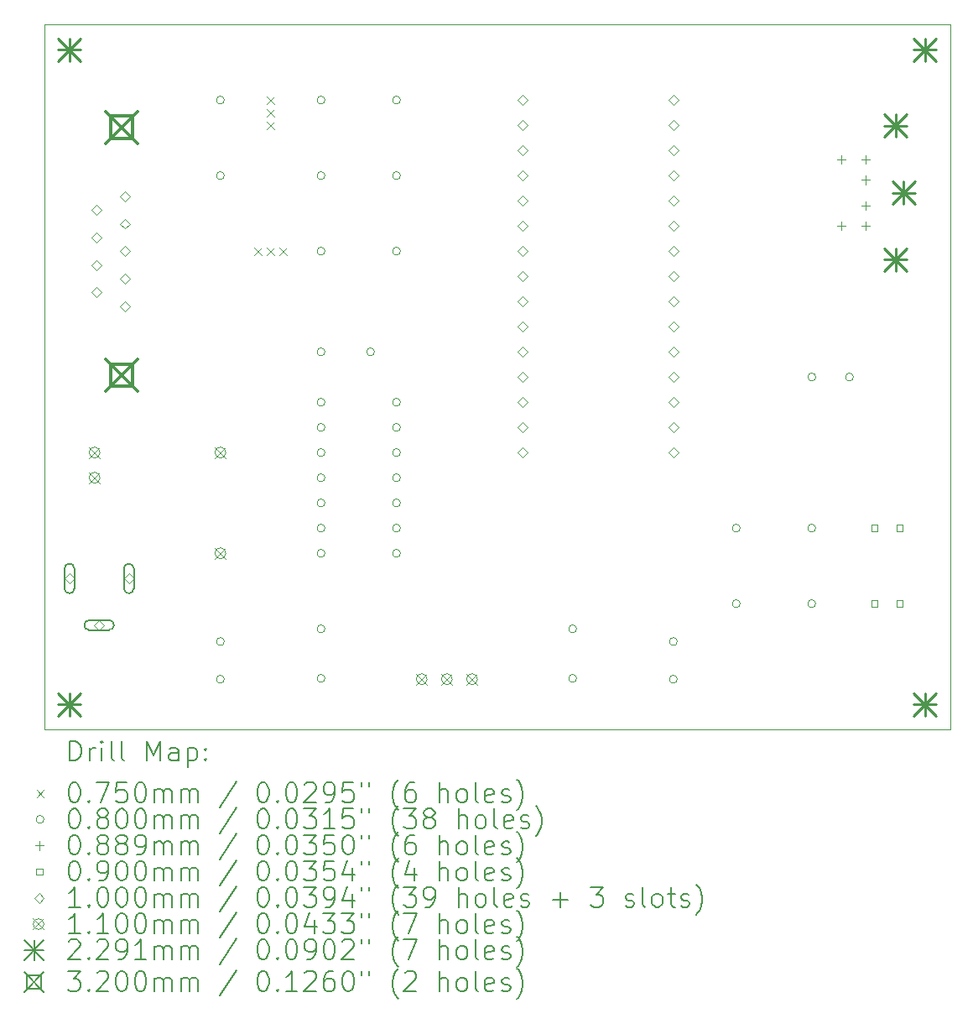
<source format=gbr>
%TF.GenerationSoftware,KiCad,Pcbnew,7.0.6*%
%TF.CreationDate,2023-08-11T08:56:53+02:00*%
%TF.ProjectId,ps2_mouse_to_serial_rev2,7073325f-6d6f-4757-9365-5f746f5f7365,rev?*%
%TF.SameCoordinates,Original*%
%TF.FileFunction,Drillmap*%
%TF.FilePolarity,Positive*%
%FSLAX45Y45*%
G04 Gerber Fmt 4.5, Leading zero omitted, Abs format (unit mm)*
G04 Created by KiCad (PCBNEW 7.0.6) date 2023-08-11 08:56:53*
%MOMM*%
%LPD*%
G01*
G04 APERTURE LIST*
%ADD10C,0.050000*%
%ADD11C,0.200000*%
%ADD12C,0.075000*%
%ADD13C,0.080000*%
%ADD14C,0.088900*%
%ADD15C,0.090000*%
%ADD16C,0.100000*%
%ADD17C,0.110000*%
%ADD18C,0.229108*%
%ADD19C,0.320000*%
G04 APERTURE END LIST*
D10*
X2540000Y-2540000D02*
X11684000Y-2540000D01*
X11684000Y-9652000D01*
X2540000Y-9652000D01*
X2540000Y-2540000D01*
D11*
D12*
X4661500Y-4788500D02*
X4736500Y-4863500D01*
X4736500Y-4788500D02*
X4661500Y-4863500D01*
X4788500Y-3264500D02*
X4863500Y-3339500D01*
X4863500Y-3264500D02*
X4788500Y-3339500D01*
X4788500Y-3391500D02*
X4863500Y-3466500D01*
X4863500Y-3391500D02*
X4788500Y-3466500D01*
X4788500Y-3518500D02*
X4863500Y-3593500D01*
X4863500Y-3518500D02*
X4788500Y-3593500D01*
X4788500Y-4788500D02*
X4863500Y-4863500D01*
X4863500Y-4788500D02*
X4788500Y-4863500D01*
X4915500Y-4788500D02*
X4990500Y-4863500D01*
X4990500Y-4788500D02*
X4915500Y-4863500D01*
D13*
X4358000Y-3302000D02*
G75*
G03*
X4358000Y-3302000I-40000J0D01*
G01*
X4358000Y-4064000D02*
G75*
G03*
X4358000Y-4064000I-40000J0D01*
G01*
X4358000Y-8764000D02*
G75*
G03*
X4358000Y-8764000I-40000J0D01*
G01*
X4358000Y-9144000D02*
G75*
G03*
X4358000Y-9144000I-40000J0D01*
G01*
X5374000Y-3302000D02*
G75*
G03*
X5374000Y-3302000I-40000J0D01*
G01*
X5374000Y-4064000D02*
G75*
G03*
X5374000Y-4064000I-40000J0D01*
G01*
X5374000Y-4826000D02*
G75*
G03*
X5374000Y-4826000I-40000J0D01*
G01*
X5374000Y-5842000D02*
G75*
G03*
X5374000Y-5842000I-40000J0D01*
G01*
X5374000Y-6350000D02*
G75*
G03*
X5374000Y-6350000I-40000J0D01*
G01*
X5374000Y-6604000D02*
G75*
G03*
X5374000Y-6604000I-40000J0D01*
G01*
X5374000Y-6858000D02*
G75*
G03*
X5374000Y-6858000I-40000J0D01*
G01*
X5374000Y-7112000D02*
G75*
G03*
X5374000Y-7112000I-40000J0D01*
G01*
X5374000Y-7366000D02*
G75*
G03*
X5374000Y-7366000I-40000J0D01*
G01*
X5374000Y-7620000D02*
G75*
G03*
X5374000Y-7620000I-40000J0D01*
G01*
X5374000Y-7874000D02*
G75*
G03*
X5374000Y-7874000I-40000J0D01*
G01*
X5374000Y-8636000D02*
G75*
G03*
X5374000Y-8636000I-40000J0D01*
G01*
X5374000Y-9136000D02*
G75*
G03*
X5374000Y-9136000I-40000J0D01*
G01*
X5874000Y-5842000D02*
G75*
G03*
X5874000Y-5842000I-40000J0D01*
G01*
X6136000Y-3302000D02*
G75*
G03*
X6136000Y-3302000I-40000J0D01*
G01*
X6136000Y-4064000D02*
G75*
G03*
X6136000Y-4064000I-40000J0D01*
G01*
X6136000Y-4826000D02*
G75*
G03*
X6136000Y-4826000I-40000J0D01*
G01*
X6136000Y-6350000D02*
G75*
G03*
X6136000Y-6350000I-40000J0D01*
G01*
X6136000Y-6604000D02*
G75*
G03*
X6136000Y-6604000I-40000J0D01*
G01*
X6136000Y-6858000D02*
G75*
G03*
X6136000Y-6858000I-40000J0D01*
G01*
X6136000Y-7112000D02*
G75*
G03*
X6136000Y-7112000I-40000J0D01*
G01*
X6136000Y-7366000D02*
G75*
G03*
X6136000Y-7366000I-40000J0D01*
G01*
X6136000Y-7620000D02*
G75*
G03*
X6136000Y-7620000I-40000J0D01*
G01*
X6136000Y-7874000D02*
G75*
G03*
X6136000Y-7874000I-40000J0D01*
G01*
X7914000Y-8636000D02*
G75*
G03*
X7914000Y-8636000I-40000J0D01*
G01*
X7914000Y-9136000D02*
G75*
G03*
X7914000Y-9136000I-40000J0D01*
G01*
X8930000Y-8764000D02*
G75*
G03*
X8930000Y-8764000I-40000J0D01*
G01*
X8930000Y-9144000D02*
G75*
G03*
X8930000Y-9144000I-40000J0D01*
G01*
X9565000Y-7620000D02*
G75*
G03*
X9565000Y-7620000I-40000J0D01*
G01*
X9565000Y-8382000D02*
G75*
G03*
X9565000Y-8382000I-40000J0D01*
G01*
X10327000Y-7620000D02*
G75*
G03*
X10327000Y-7620000I-40000J0D01*
G01*
X10327000Y-8382000D02*
G75*
G03*
X10327000Y-8382000I-40000J0D01*
G01*
X10328000Y-6096000D02*
G75*
G03*
X10328000Y-6096000I-40000J0D01*
G01*
X10708000Y-6096000D02*
G75*
G03*
X10708000Y-6096000I-40000J0D01*
G01*
D14*
X10583926Y-3857498D02*
X10583926Y-3946398D01*
X10539476Y-3901948D02*
X10628376Y-3901948D01*
X10583926Y-4527550D02*
X10583926Y-4616450D01*
X10539476Y-4572000D02*
X10628376Y-4572000D01*
X10833100Y-3857498D02*
X10833100Y-3946398D01*
X10788650Y-3901948D02*
X10877550Y-3901948D01*
X10833100Y-4062476D02*
X10833100Y-4151376D01*
X10788650Y-4106926D02*
X10877550Y-4106926D01*
X10833100Y-4322572D02*
X10833100Y-4411472D01*
X10788650Y-4367022D02*
X10877550Y-4367022D01*
X10833100Y-4527550D02*
X10833100Y-4616450D01*
X10788650Y-4572000D02*
X10877550Y-4572000D01*
D15*
X10953820Y-7651820D02*
X10953820Y-7588180D01*
X10890180Y-7588180D01*
X10890180Y-7651820D01*
X10953820Y-7651820D01*
X10953820Y-8413820D02*
X10953820Y-8350180D01*
X10890180Y-8350180D01*
X10890180Y-8413820D01*
X10953820Y-8413820D01*
X11207820Y-7651820D02*
X11207820Y-7588180D01*
X11144180Y-7588180D01*
X11144180Y-7651820D01*
X11207820Y-7651820D01*
X11207820Y-8413820D02*
X11207820Y-8350180D01*
X11144180Y-8350180D01*
X11144180Y-8413820D01*
X11207820Y-8413820D01*
D16*
X2794000Y-8178000D02*
X2844000Y-8128000D01*
X2794000Y-8078000D01*
X2744000Y-8128000D01*
X2794000Y-8178000D01*
D11*
X2744000Y-8028000D02*
X2744000Y-8228000D01*
X2744000Y-8228000D02*
G75*
G03*
X2844000Y-8228000I50000J0D01*
G01*
X2844000Y-8228000D02*
X2844000Y-8028000D01*
X2844000Y-8028000D02*
G75*
G03*
X2744000Y-8028000I-50000J0D01*
G01*
D16*
X3068033Y-4461500D02*
X3118033Y-4411500D01*
X3068033Y-4361500D01*
X3018033Y-4411500D01*
X3068033Y-4461500D01*
X3068033Y-4738500D02*
X3118033Y-4688500D01*
X3068033Y-4638500D01*
X3018033Y-4688500D01*
X3068033Y-4738500D01*
X3068033Y-5015500D02*
X3118033Y-4965500D01*
X3068033Y-4915500D01*
X3018033Y-4965500D01*
X3068033Y-5015500D01*
X3068033Y-5292500D02*
X3118033Y-5242500D01*
X3068033Y-5192500D01*
X3018033Y-5242500D01*
X3068033Y-5292500D01*
X3094000Y-8648000D02*
X3144000Y-8598000D01*
X3094000Y-8548000D01*
X3044000Y-8598000D01*
X3094000Y-8648000D01*
D11*
X2994000Y-8648000D02*
X3194000Y-8648000D01*
X3194000Y-8648000D02*
G75*
G03*
X3194000Y-8548000I0J50000D01*
G01*
X3194000Y-8548000D02*
X2994000Y-8548000D01*
X2994000Y-8548000D02*
G75*
G03*
X2994000Y-8648000I0J-50000D01*
G01*
D16*
X3352033Y-4323000D02*
X3402033Y-4273000D01*
X3352033Y-4223000D01*
X3302033Y-4273000D01*
X3352033Y-4323000D01*
X3352033Y-4600000D02*
X3402033Y-4550000D01*
X3352033Y-4500000D01*
X3302033Y-4550000D01*
X3352033Y-4600000D01*
X3352033Y-4877000D02*
X3402033Y-4827000D01*
X3352033Y-4777000D01*
X3302033Y-4827000D01*
X3352033Y-4877000D01*
X3352033Y-5154000D02*
X3402033Y-5104000D01*
X3352033Y-5054000D01*
X3302033Y-5104000D01*
X3352033Y-5154000D01*
X3352033Y-5431000D02*
X3402033Y-5381000D01*
X3352033Y-5331000D01*
X3302033Y-5381000D01*
X3352033Y-5431000D01*
X3394000Y-8178000D02*
X3444000Y-8128000D01*
X3394000Y-8078000D01*
X3344000Y-8128000D01*
X3394000Y-8178000D01*
D11*
X3344000Y-8028000D02*
X3344000Y-8228000D01*
X3344000Y-8228000D02*
G75*
G03*
X3444000Y-8228000I50000J0D01*
G01*
X3444000Y-8228000D02*
X3444000Y-8028000D01*
X3444000Y-8028000D02*
G75*
G03*
X3344000Y-8028000I-50000J0D01*
G01*
D16*
X7366000Y-3352000D02*
X7416000Y-3302000D01*
X7366000Y-3252000D01*
X7316000Y-3302000D01*
X7366000Y-3352000D01*
X7366000Y-3606000D02*
X7416000Y-3556000D01*
X7366000Y-3506000D01*
X7316000Y-3556000D01*
X7366000Y-3606000D01*
X7366000Y-3860000D02*
X7416000Y-3810000D01*
X7366000Y-3760000D01*
X7316000Y-3810000D01*
X7366000Y-3860000D01*
X7366000Y-4114000D02*
X7416000Y-4064000D01*
X7366000Y-4014000D01*
X7316000Y-4064000D01*
X7366000Y-4114000D01*
X7366000Y-4368000D02*
X7416000Y-4318000D01*
X7366000Y-4268000D01*
X7316000Y-4318000D01*
X7366000Y-4368000D01*
X7366000Y-4622000D02*
X7416000Y-4572000D01*
X7366000Y-4522000D01*
X7316000Y-4572000D01*
X7366000Y-4622000D01*
X7366000Y-4876000D02*
X7416000Y-4826000D01*
X7366000Y-4776000D01*
X7316000Y-4826000D01*
X7366000Y-4876000D01*
X7366000Y-5130000D02*
X7416000Y-5080000D01*
X7366000Y-5030000D01*
X7316000Y-5080000D01*
X7366000Y-5130000D01*
X7366000Y-5384000D02*
X7416000Y-5334000D01*
X7366000Y-5284000D01*
X7316000Y-5334000D01*
X7366000Y-5384000D01*
X7366000Y-5638000D02*
X7416000Y-5588000D01*
X7366000Y-5538000D01*
X7316000Y-5588000D01*
X7366000Y-5638000D01*
X7366000Y-5892000D02*
X7416000Y-5842000D01*
X7366000Y-5792000D01*
X7316000Y-5842000D01*
X7366000Y-5892000D01*
X7366000Y-6146000D02*
X7416000Y-6096000D01*
X7366000Y-6046000D01*
X7316000Y-6096000D01*
X7366000Y-6146000D01*
X7366000Y-6400000D02*
X7416000Y-6350000D01*
X7366000Y-6300000D01*
X7316000Y-6350000D01*
X7366000Y-6400000D01*
X7366000Y-6654000D02*
X7416000Y-6604000D01*
X7366000Y-6554000D01*
X7316000Y-6604000D01*
X7366000Y-6654000D01*
X7366000Y-6908000D02*
X7416000Y-6858000D01*
X7366000Y-6808000D01*
X7316000Y-6858000D01*
X7366000Y-6908000D01*
X8890000Y-3352000D02*
X8940000Y-3302000D01*
X8890000Y-3252000D01*
X8840000Y-3302000D01*
X8890000Y-3352000D01*
X8890000Y-3606000D02*
X8940000Y-3556000D01*
X8890000Y-3506000D01*
X8840000Y-3556000D01*
X8890000Y-3606000D01*
X8890000Y-3860000D02*
X8940000Y-3810000D01*
X8890000Y-3760000D01*
X8840000Y-3810000D01*
X8890000Y-3860000D01*
X8890000Y-4114000D02*
X8940000Y-4064000D01*
X8890000Y-4014000D01*
X8840000Y-4064000D01*
X8890000Y-4114000D01*
X8890000Y-4368000D02*
X8940000Y-4318000D01*
X8890000Y-4268000D01*
X8840000Y-4318000D01*
X8890000Y-4368000D01*
X8890000Y-4622000D02*
X8940000Y-4572000D01*
X8890000Y-4522000D01*
X8840000Y-4572000D01*
X8890000Y-4622000D01*
X8890000Y-4876000D02*
X8940000Y-4826000D01*
X8890000Y-4776000D01*
X8840000Y-4826000D01*
X8890000Y-4876000D01*
X8890000Y-5130000D02*
X8940000Y-5080000D01*
X8890000Y-5030000D01*
X8840000Y-5080000D01*
X8890000Y-5130000D01*
X8890000Y-5384000D02*
X8940000Y-5334000D01*
X8890000Y-5284000D01*
X8840000Y-5334000D01*
X8890000Y-5384000D01*
X8890000Y-5638000D02*
X8940000Y-5588000D01*
X8890000Y-5538000D01*
X8840000Y-5588000D01*
X8890000Y-5638000D01*
X8890000Y-5892000D02*
X8940000Y-5842000D01*
X8890000Y-5792000D01*
X8840000Y-5842000D01*
X8890000Y-5892000D01*
X8890000Y-6146000D02*
X8940000Y-6096000D01*
X8890000Y-6046000D01*
X8840000Y-6096000D01*
X8890000Y-6146000D01*
X8890000Y-6400000D02*
X8940000Y-6350000D01*
X8890000Y-6300000D01*
X8840000Y-6350000D01*
X8890000Y-6400000D01*
X8890000Y-6654000D02*
X8940000Y-6604000D01*
X8890000Y-6554000D01*
X8840000Y-6604000D01*
X8890000Y-6654000D01*
X8890000Y-6908000D02*
X8940000Y-6858000D01*
X8890000Y-6808000D01*
X8840000Y-6858000D01*
X8890000Y-6908000D01*
D17*
X2993000Y-6803000D02*
X3103000Y-6913000D01*
X3103000Y-6803000D02*
X2993000Y-6913000D01*
X3103000Y-6858000D02*
G75*
G03*
X3103000Y-6858000I-55000J0D01*
G01*
X2993000Y-7057000D02*
X3103000Y-7167000D01*
X3103000Y-7057000D02*
X2993000Y-7167000D01*
X3103000Y-7112000D02*
G75*
G03*
X3103000Y-7112000I-55000J0D01*
G01*
X4263000Y-6803000D02*
X4373000Y-6913000D01*
X4373000Y-6803000D02*
X4263000Y-6913000D01*
X4373000Y-6858000D02*
G75*
G03*
X4373000Y-6858000I-55000J0D01*
G01*
X4263000Y-7819000D02*
X4373000Y-7929000D01*
X4373000Y-7819000D02*
X4263000Y-7929000D01*
X4373000Y-7874000D02*
G75*
G03*
X4373000Y-7874000I-55000J0D01*
G01*
X6295000Y-9089000D02*
X6405000Y-9199000D01*
X6405000Y-9089000D02*
X6295000Y-9199000D01*
X6405000Y-9144000D02*
G75*
G03*
X6405000Y-9144000I-55000J0D01*
G01*
X6549000Y-9089000D02*
X6659000Y-9199000D01*
X6659000Y-9089000D02*
X6549000Y-9199000D01*
X6659000Y-9144000D02*
G75*
G03*
X6659000Y-9144000I-55000J0D01*
G01*
X6803000Y-9089000D02*
X6913000Y-9199000D01*
X6913000Y-9089000D02*
X6803000Y-9199000D01*
X6913000Y-9144000D02*
G75*
G03*
X6913000Y-9144000I-55000J0D01*
G01*
D18*
X2679446Y-2679446D02*
X2908554Y-2908554D01*
X2908554Y-2679446D02*
X2679446Y-2908554D01*
X2794000Y-2679446D02*
X2794000Y-2908554D01*
X2679446Y-2794000D02*
X2908554Y-2794000D01*
X2679446Y-9283446D02*
X2908554Y-9512554D01*
X2908554Y-9283446D02*
X2679446Y-9512554D01*
X2794000Y-9283446D02*
X2794000Y-9512554D01*
X2679446Y-9398000D02*
X2908554Y-9398000D01*
X11018520Y-3446526D02*
X11247628Y-3675634D01*
X11247628Y-3446526D02*
X11018520Y-3675634D01*
X11133074Y-3446526D02*
X11133074Y-3675634D01*
X11018520Y-3561080D02*
X11247628Y-3561080D01*
X11018520Y-4798314D02*
X11247628Y-5027422D01*
X11247628Y-4798314D02*
X11018520Y-5027422D01*
X11133074Y-4798314D02*
X11133074Y-5027422D01*
X11018520Y-4912868D02*
X11247628Y-4912868D01*
X11099546Y-4122420D02*
X11328654Y-4351528D01*
X11328654Y-4122420D02*
X11099546Y-4351528D01*
X11214100Y-4122420D02*
X11214100Y-4351528D01*
X11099546Y-4236974D02*
X11328654Y-4236974D01*
X11315446Y-2679446D02*
X11544554Y-2908554D01*
X11544554Y-2679446D02*
X11315446Y-2908554D01*
X11430000Y-2679446D02*
X11430000Y-2908554D01*
X11315446Y-2794000D02*
X11544554Y-2794000D01*
X11315446Y-9283446D02*
X11544554Y-9512554D01*
X11544554Y-9283446D02*
X11315446Y-9512554D01*
X11430000Y-9283446D02*
X11430000Y-9512554D01*
X11315446Y-9398000D02*
X11544554Y-9398000D01*
D19*
X3162033Y-3417000D02*
X3482033Y-3737000D01*
X3482033Y-3417000D02*
X3162033Y-3737000D01*
X3435171Y-3690138D02*
X3435171Y-3463862D01*
X3208895Y-3463862D01*
X3208895Y-3690138D01*
X3435171Y-3690138D01*
X3162033Y-5917000D02*
X3482033Y-6237000D01*
X3482033Y-5917000D02*
X3162033Y-6237000D01*
X3435171Y-6190138D02*
X3435171Y-5963862D01*
X3208895Y-5963862D01*
X3208895Y-6190138D01*
X3435171Y-6190138D01*
D11*
X2798277Y-9965984D02*
X2798277Y-9765984D01*
X2798277Y-9765984D02*
X2845896Y-9765984D01*
X2845896Y-9765984D02*
X2874467Y-9775508D01*
X2874467Y-9775508D02*
X2893515Y-9794555D01*
X2893515Y-9794555D02*
X2903039Y-9813603D01*
X2903039Y-9813603D02*
X2912562Y-9851698D01*
X2912562Y-9851698D02*
X2912562Y-9880270D01*
X2912562Y-9880270D02*
X2903039Y-9918365D01*
X2903039Y-9918365D02*
X2893515Y-9937412D01*
X2893515Y-9937412D02*
X2874467Y-9956460D01*
X2874467Y-9956460D02*
X2845896Y-9965984D01*
X2845896Y-9965984D02*
X2798277Y-9965984D01*
X2998277Y-9965984D02*
X2998277Y-9832650D01*
X2998277Y-9870746D02*
X3007801Y-9851698D01*
X3007801Y-9851698D02*
X3017324Y-9842174D01*
X3017324Y-9842174D02*
X3036372Y-9832650D01*
X3036372Y-9832650D02*
X3055420Y-9832650D01*
X3122086Y-9965984D02*
X3122086Y-9832650D01*
X3122086Y-9765984D02*
X3112562Y-9775508D01*
X3112562Y-9775508D02*
X3122086Y-9785031D01*
X3122086Y-9785031D02*
X3131610Y-9775508D01*
X3131610Y-9775508D02*
X3122086Y-9765984D01*
X3122086Y-9765984D02*
X3122086Y-9785031D01*
X3245896Y-9965984D02*
X3226848Y-9956460D01*
X3226848Y-9956460D02*
X3217324Y-9937412D01*
X3217324Y-9937412D02*
X3217324Y-9765984D01*
X3350658Y-9965984D02*
X3331610Y-9956460D01*
X3331610Y-9956460D02*
X3322086Y-9937412D01*
X3322086Y-9937412D02*
X3322086Y-9765984D01*
X3579229Y-9965984D02*
X3579229Y-9765984D01*
X3579229Y-9765984D02*
X3645896Y-9908841D01*
X3645896Y-9908841D02*
X3712562Y-9765984D01*
X3712562Y-9765984D02*
X3712562Y-9965984D01*
X3893515Y-9965984D02*
X3893515Y-9861222D01*
X3893515Y-9861222D02*
X3883991Y-9842174D01*
X3883991Y-9842174D02*
X3864943Y-9832650D01*
X3864943Y-9832650D02*
X3826848Y-9832650D01*
X3826848Y-9832650D02*
X3807801Y-9842174D01*
X3893515Y-9956460D02*
X3874467Y-9965984D01*
X3874467Y-9965984D02*
X3826848Y-9965984D01*
X3826848Y-9965984D02*
X3807801Y-9956460D01*
X3807801Y-9956460D02*
X3798277Y-9937412D01*
X3798277Y-9937412D02*
X3798277Y-9918365D01*
X3798277Y-9918365D02*
X3807801Y-9899317D01*
X3807801Y-9899317D02*
X3826848Y-9889793D01*
X3826848Y-9889793D02*
X3874467Y-9889793D01*
X3874467Y-9889793D02*
X3893515Y-9880270D01*
X3988753Y-9832650D02*
X3988753Y-10032650D01*
X3988753Y-9842174D02*
X4007801Y-9832650D01*
X4007801Y-9832650D02*
X4045896Y-9832650D01*
X4045896Y-9832650D02*
X4064943Y-9842174D01*
X4064943Y-9842174D02*
X4074467Y-9851698D01*
X4074467Y-9851698D02*
X4083991Y-9870746D01*
X4083991Y-9870746D02*
X4083991Y-9927889D01*
X4083991Y-9927889D02*
X4074467Y-9946936D01*
X4074467Y-9946936D02*
X4064943Y-9956460D01*
X4064943Y-9956460D02*
X4045896Y-9965984D01*
X4045896Y-9965984D02*
X4007801Y-9965984D01*
X4007801Y-9965984D02*
X3988753Y-9956460D01*
X4169705Y-9946936D02*
X4179229Y-9956460D01*
X4179229Y-9956460D02*
X4169705Y-9965984D01*
X4169705Y-9965984D02*
X4160182Y-9956460D01*
X4160182Y-9956460D02*
X4169705Y-9946936D01*
X4169705Y-9946936D02*
X4169705Y-9965984D01*
X4169705Y-9842174D02*
X4179229Y-9851698D01*
X4179229Y-9851698D02*
X4169705Y-9861222D01*
X4169705Y-9861222D02*
X4160182Y-9851698D01*
X4160182Y-9851698D02*
X4169705Y-9842174D01*
X4169705Y-9842174D02*
X4169705Y-9861222D01*
D12*
X2462500Y-10257000D02*
X2537500Y-10332000D01*
X2537500Y-10257000D02*
X2462500Y-10332000D01*
D11*
X2836372Y-10185984D02*
X2855420Y-10185984D01*
X2855420Y-10185984D02*
X2874467Y-10195508D01*
X2874467Y-10195508D02*
X2883991Y-10205031D01*
X2883991Y-10205031D02*
X2893515Y-10224079D01*
X2893515Y-10224079D02*
X2903039Y-10262174D01*
X2903039Y-10262174D02*
X2903039Y-10309793D01*
X2903039Y-10309793D02*
X2893515Y-10347889D01*
X2893515Y-10347889D02*
X2883991Y-10366936D01*
X2883991Y-10366936D02*
X2874467Y-10376460D01*
X2874467Y-10376460D02*
X2855420Y-10385984D01*
X2855420Y-10385984D02*
X2836372Y-10385984D01*
X2836372Y-10385984D02*
X2817324Y-10376460D01*
X2817324Y-10376460D02*
X2807801Y-10366936D01*
X2807801Y-10366936D02*
X2798277Y-10347889D01*
X2798277Y-10347889D02*
X2788753Y-10309793D01*
X2788753Y-10309793D02*
X2788753Y-10262174D01*
X2788753Y-10262174D02*
X2798277Y-10224079D01*
X2798277Y-10224079D02*
X2807801Y-10205031D01*
X2807801Y-10205031D02*
X2817324Y-10195508D01*
X2817324Y-10195508D02*
X2836372Y-10185984D01*
X2988753Y-10366936D02*
X2998277Y-10376460D01*
X2998277Y-10376460D02*
X2988753Y-10385984D01*
X2988753Y-10385984D02*
X2979229Y-10376460D01*
X2979229Y-10376460D02*
X2988753Y-10366936D01*
X2988753Y-10366936D02*
X2988753Y-10385984D01*
X3064943Y-10185984D02*
X3198277Y-10185984D01*
X3198277Y-10185984D02*
X3112562Y-10385984D01*
X3369705Y-10185984D02*
X3274467Y-10185984D01*
X3274467Y-10185984D02*
X3264943Y-10281222D01*
X3264943Y-10281222D02*
X3274467Y-10271698D01*
X3274467Y-10271698D02*
X3293515Y-10262174D01*
X3293515Y-10262174D02*
X3341134Y-10262174D01*
X3341134Y-10262174D02*
X3360182Y-10271698D01*
X3360182Y-10271698D02*
X3369705Y-10281222D01*
X3369705Y-10281222D02*
X3379229Y-10300270D01*
X3379229Y-10300270D02*
X3379229Y-10347889D01*
X3379229Y-10347889D02*
X3369705Y-10366936D01*
X3369705Y-10366936D02*
X3360182Y-10376460D01*
X3360182Y-10376460D02*
X3341134Y-10385984D01*
X3341134Y-10385984D02*
X3293515Y-10385984D01*
X3293515Y-10385984D02*
X3274467Y-10376460D01*
X3274467Y-10376460D02*
X3264943Y-10366936D01*
X3503039Y-10185984D02*
X3522086Y-10185984D01*
X3522086Y-10185984D02*
X3541134Y-10195508D01*
X3541134Y-10195508D02*
X3550658Y-10205031D01*
X3550658Y-10205031D02*
X3560182Y-10224079D01*
X3560182Y-10224079D02*
X3569705Y-10262174D01*
X3569705Y-10262174D02*
X3569705Y-10309793D01*
X3569705Y-10309793D02*
X3560182Y-10347889D01*
X3560182Y-10347889D02*
X3550658Y-10366936D01*
X3550658Y-10366936D02*
X3541134Y-10376460D01*
X3541134Y-10376460D02*
X3522086Y-10385984D01*
X3522086Y-10385984D02*
X3503039Y-10385984D01*
X3503039Y-10385984D02*
X3483991Y-10376460D01*
X3483991Y-10376460D02*
X3474467Y-10366936D01*
X3474467Y-10366936D02*
X3464943Y-10347889D01*
X3464943Y-10347889D02*
X3455420Y-10309793D01*
X3455420Y-10309793D02*
X3455420Y-10262174D01*
X3455420Y-10262174D02*
X3464943Y-10224079D01*
X3464943Y-10224079D02*
X3474467Y-10205031D01*
X3474467Y-10205031D02*
X3483991Y-10195508D01*
X3483991Y-10195508D02*
X3503039Y-10185984D01*
X3655420Y-10385984D02*
X3655420Y-10252650D01*
X3655420Y-10271698D02*
X3664943Y-10262174D01*
X3664943Y-10262174D02*
X3683991Y-10252650D01*
X3683991Y-10252650D02*
X3712563Y-10252650D01*
X3712563Y-10252650D02*
X3731610Y-10262174D01*
X3731610Y-10262174D02*
X3741134Y-10281222D01*
X3741134Y-10281222D02*
X3741134Y-10385984D01*
X3741134Y-10281222D02*
X3750658Y-10262174D01*
X3750658Y-10262174D02*
X3769705Y-10252650D01*
X3769705Y-10252650D02*
X3798277Y-10252650D01*
X3798277Y-10252650D02*
X3817324Y-10262174D01*
X3817324Y-10262174D02*
X3826848Y-10281222D01*
X3826848Y-10281222D02*
X3826848Y-10385984D01*
X3922086Y-10385984D02*
X3922086Y-10252650D01*
X3922086Y-10271698D02*
X3931610Y-10262174D01*
X3931610Y-10262174D02*
X3950658Y-10252650D01*
X3950658Y-10252650D02*
X3979229Y-10252650D01*
X3979229Y-10252650D02*
X3998277Y-10262174D01*
X3998277Y-10262174D02*
X4007801Y-10281222D01*
X4007801Y-10281222D02*
X4007801Y-10385984D01*
X4007801Y-10281222D02*
X4017324Y-10262174D01*
X4017324Y-10262174D02*
X4036372Y-10252650D01*
X4036372Y-10252650D02*
X4064943Y-10252650D01*
X4064943Y-10252650D02*
X4083991Y-10262174D01*
X4083991Y-10262174D02*
X4093515Y-10281222D01*
X4093515Y-10281222D02*
X4093515Y-10385984D01*
X4483991Y-10176460D02*
X4312563Y-10433603D01*
X4741134Y-10185984D02*
X4760182Y-10185984D01*
X4760182Y-10185984D02*
X4779229Y-10195508D01*
X4779229Y-10195508D02*
X4788753Y-10205031D01*
X4788753Y-10205031D02*
X4798277Y-10224079D01*
X4798277Y-10224079D02*
X4807801Y-10262174D01*
X4807801Y-10262174D02*
X4807801Y-10309793D01*
X4807801Y-10309793D02*
X4798277Y-10347889D01*
X4798277Y-10347889D02*
X4788753Y-10366936D01*
X4788753Y-10366936D02*
X4779229Y-10376460D01*
X4779229Y-10376460D02*
X4760182Y-10385984D01*
X4760182Y-10385984D02*
X4741134Y-10385984D01*
X4741134Y-10385984D02*
X4722087Y-10376460D01*
X4722087Y-10376460D02*
X4712563Y-10366936D01*
X4712563Y-10366936D02*
X4703039Y-10347889D01*
X4703039Y-10347889D02*
X4693515Y-10309793D01*
X4693515Y-10309793D02*
X4693515Y-10262174D01*
X4693515Y-10262174D02*
X4703039Y-10224079D01*
X4703039Y-10224079D02*
X4712563Y-10205031D01*
X4712563Y-10205031D02*
X4722087Y-10195508D01*
X4722087Y-10195508D02*
X4741134Y-10185984D01*
X4893515Y-10366936D02*
X4903039Y-10376460D01*
X4903039Y-10376460D02*
X4893515Y-10385984D01*
X4893515Y-10385984D02*
X4883991Y-10376460D01*
X4883991Y-10376460D02*
X4893515Y-10366936D01*
X4893515Y-10366936D02*
X4893515Y-10385984D01*
X5026848Y-10185984D02*
X5045896Y-10185984D01*
X5045896Y-10185984D02*
X5064944Y-10195508D01*
X5064944Y-10195508D02*
X5074468Y-10205031D01*
X5074468Y-10205031D02*
X5083991Y-10224079D01*
X5083991Y-10224079D02*
X5093515Y-10262174D01*
X5093515Y-10262174D02*
X5093515Y-10309793D01*
X5093515Y-10309793D02*
X5083991Y-10347889D01*
X5083991Y-10347889D02*
X5074468Y-10366936D01*
X5074468Y-10366936D02*
X5064944Y-10376460D01*
X5064944Y-10376460D02*
X5045896Y-10385984D01*
X5045896Y-10385984D02*
X5026848Y-10385984D01*
X5026848Y-10385984D02*
X5007801Y-10376460D01*
X5007801Y-10376460D02*
X4998277Y-10366936D01*
X4998277Y-10366936D02*
X4988753Y-10347889D01*
X4988753Y-10347889D02*
X4979229Y-10309793D01*
X4979229Y-10309793D02*
X4979229Y-10262174D01*
X4979229Y-10262174D02*
X4988753Y-10224079D01*
X4988753Y-10224079D02*
X4998277Y-10205031D01*
X4998277Y-10205031D02*
X5007801Y-10195508D01*
X5007801Y-10195508D02*
X5026848Y-10185984D01*
X5169706Y-10205031D02*
X5179229Y-10195508D01*
X5179229Y-10195508D02*
X5198277Y-10185984D01*
X5198277Y-10185984D02*
X5245896Y-10185984D01*
X5245896Y-10185984D02*
X5264944Y-10195508D01*
X5264944Y-10195508D02*
X5274468Y-10205031D01*
X5274468Y-10205031D02*
X5283991Y-10224079D01*
X5283991Y-10224079D02*
X5283991Y-10243127D01*
X5283991Y-10243127D02*
X5274468Y-10271698D01*
X5274468Y-10271698D02*
X5160182Y-10385984D01*
X5160182Y-10385984D02*
X5283991Y-10385984D01*
X5379229Y-10385984D02*
X5417325Y-10385984D01*
X5417325Y-10385984D02*
X5436372Y-10376460D01*
X5436372Y-10376460D02*
X5445896Y-10366936D01*
X5445896Y-10366936D02*
X5464944Y-10338365D01*
X5464944Y-10338365D02*
X5474468Y-10300270D01*
X5474468Y-10300270D02*
X5474468Y-10224079D01*
X5474468Y-10224079D02*
X5464944Y-10205031D01*
X5464944Y-10205031D02*
X5455420Y-10195508D01*
X5455420Y-10195508D02*
X5436372Y-10185984D01*
X5436372Y-10185984D02*
X5398277Y-10185984D01*
X5398277Y-10185984D02*
X5379229Y-10195508D01*
X5379229Y-10195508D02*
X5369706Y-10205031D01*
X5369706Y-10205031D02*
X5360182Y-10224079D01*
X5360182Y-10224079D02*
X5360182Y-10271698D01*
X5360182Y-10271698D02*
X5369706Y-10290746D01*
X5369706Y-10290746D02*
X5379229Y-10300270D01*
X5379229Y-10300270D02*
X5398277Y-10309793D01*
X5398277Y-10309793D02*
X5436372Y-10309793D01*
X5436372Y-10309793D02*
X5455420Y-10300270D01*
X5455420Y-10300270D02*
X5464944Y-10290746D01*
X5464944Y-10290746D02*
X5474468Y-10271698D01*
X5655420Y-10185984D02*
X5560182Y-10185984D01*
X5560182Y-10185984D02*
X5550658Y-10281222D01*
X5550658Y-10281222D02*
X5560182Y-10271698D01*
X5560182Y-10271698D02*
X5579229Y-10262174D01*
X5579229Y-10262174D02*
X5626848Y-10262174D01*
X5626848Y-10262174D02*
X5645896Y-10271698D01*
X5645896Y-10271698D02*
X5655420Y-10281222D01*
X5655420Y-10281222D02*
X5664944Y-10300270D01*
X5664944Y-10300270D02*
X5664944Y-10347889D01*
X5664944Y-10347889D02*
X5655420Y-10366936D01*
X5655420Y-10366936D02*
X5645896Y-10376460D01*
X5645896Y-10376460D02*
X5626848Y-10385984D01*
X5626848Y-10385984D02*
X5579229Y-10385984D01*
X5579229Y-10385984D02*
X5560182Y-10376460D01*
X5560182Y-10376460D02*
X5550658Y-10366936D01*
X5741134Y-10185984D02*
X5741134Y-10224079D01*
X5817325Y-10185984D02*
X5817325Y-10224079D01*
X6112563Y-10462174D02*
X6103039Y-10452650D01*
X6103039Y-10452650D02*
X6083991Y-10424079D01*
X6083991Y-10424079D02*
X6074468Y-10405031D01*
X6074468Y-10405031D02*
X6064944Y-10376460D01*
X6064944Y-10376460D02*
X6055420Y-10328841D01*
X6055420Y-10328841D02*
X6055420Y-10290746D01*
X6055420Y-10290746D02*
X6064944Y-10243127D01*
X6064944Y-10243127D02*
X6074468Y-10214555D01*
X6074468Y-10214555D02*
X6083991Y-10195508D01*
X6083991Y-10195508D02*
X6103039Y-10166936D01*
X6103039Y-10166936D02*
X6112563Y-10157412D01*
X6274468Y-10185984D02*
X6236372Y-10185984D01*
X6236372Y-10185984D02*
X6217325Y-10195508D01*
X6217325Y-10195508D02*
X6207801Y-10205031D01*
X6207801Y-10205031D02*
X6188753Y-10233603D01*
X6188753Y-10233603D02*
X6179229Y-10271698D01*
X6179229Y-10271698D02*
X6179229Y-10347889D01*
X6179229Y-10347889D02*
X6188753Y-10366936D01*
X6188753Y-10366936D02*
X6198277Y-10376460D01*
X6198277Y-10376460D02*
X6217325Y-10385984D01*
X6217325Y-10385984D02*
X6255420Y-10385984D01*
X6255420Y-10385984D02*
X6274468Y-10376460D01*
X6274468Y-10376460D02*
X6283991Y-10366936D01*
X6283991Y-10366936D02*
X6293515Y-10347889D01*
X6293515Y-10347889D02*
X6293515Y-10300270D01*
X6293515Y-10300270D02*
X6283991Y-10281222D01*
X6283991Y-10281222D02*
X6274468Y-10271698D01*
X6274468Y-10271698D02*
X6255420Y-10262174D01*
X6255420Y-10262174D02*
X6217325Y-10262174D01*
X6217325Y-10262174D02*
X6198277Y-10271698D01*
X6198277Y-10271698D02*
X6188753Y-10281222D01*
X6188753Y-10281222D02*
X6179229Y-10300270D01*
X6531610Y-10385984D02*
X6531610Y-10185984D01*
X6617325Y-10385984D02*
X6617325Y-10281222D01*
X6617325Y-10281222D02*
X6607801Y-10262174D01*
X6607801Y-10262174D02*
X6588753Y-10252650D01*
X6588753Y-10252650D02*
X6560182Y-10252650D01*
X6560182Y-10252650D02*
X6541134Y-10262174D01*
X6541134Y-10262174D02*
X6531610Y-10271698D01*
X6741134Y-10385984D02*
X6722087Y-10376460D01*
X6722087Y-10376460D02*
X6712563Y-10366936D01*
X6712563Y-10366936D02*
X6703039Y-10347889D01*
X6703039Y-10347889D02*
X6703039Y-10290746D01*
X6703039Y-10290746D02*
X6712563Y-10271698D01*
X6712563Y-10271698D02*
X6722087Y-10262174D01*
X6722087Y-10262174D02*
X6741134Y-10252650D01*
X6741134Y-10252650D02*
X6769706Y-10252650D01*
X6769706Y-10252650D02*
X6788753Y-10262174D01*
X6788753Y-10262174D02*
X6798277Y-10271698D01*
X6798277Y-10271698D02*
X6807801Y-10290746D01*
X6807801Y-10290746D02*
X6807801Y-10347889D01*
X6807801Y-10347889D02*
X6798277Y-10366936D01*
X6798277Y-10366936D02*
X6788753Y-10376460D01*
X6788753Y-10376460D02*
X6769706Y-10385984D01*
X6769706Y-10385984D02*
X6741134Y-10385984D01*
X6922087Y-10385984D02*
X6903039Y-10376460D01*
X6903039Y-10376460D02*
X6893515Y-10357412D01*
X6893515Y-10357412D02*
X6893515Y-10185984D01*
X7074468Y-10376460D02*
X7055420Y-10385984D01*
X7055420Y-10385984D02*
X7017325Y-10385984D01*
X7017325Y-10385984D02*
X6998277Y-10376460D01*
X6998277Y-10376460D02*
X6988753Y-10357412D01*
X6988753Y-10357412D02*
X6988753Y-10281222D01*
X6988753Y-10281222D02*
X6998277Y-10262174D01*
X6998277Y-10262174D02*
X7017325Y-10252650D01*
X7017325Y-10252650D02*
X7055420Y-10252650D01*
X7055420Y-10252650D02*
X7074468Y-10262174D01*
X7074468Y-10262174D02*
X7083991Y-10281222D01*
X7083991Y-10281222D02*
X7083991Y-10300270D01*
X7083991Y-10300270D02*
X6988753Y-10319317D01*
X7160182Y-10376460D02*
X7179230Y-10385984D01*
X7179230Y-10385984D02*
X7217325Y-10385984D01*
X7217325Y-10385984D02*
X7236372Y-10376460D01*
X7236372Y-10376460D02*
X7245896Y-10357412D01*
X7245896Y-10357412D02*
X7245896Y-10347889D01*
X7245896Y-10347889D02*
X7236372Y-10328841D01*
X7236372Y-10328841D02*
X7217325Y-10319317D01*
X7217325Y-10319317D02*
X7188753Y-10319317D01*
X7188753Y-10319317D02*
X7169706Y-10309793D01*
X7169706Y-10309793D02*
X7160182Y-10290746D01*
X7160182Y-10290746D02*
X7160182Y-10281222D01*
X7160182Y-10281222D02*
X7169706Y-10262174D01*
X7169706Y-10262174D02*
X7188753Y-10252650D01*
X7188753Y-10252650D02*
X7217325Y-10252650D01*
X7217325Y-10252650D02*
X7236372Y-10262174D01*
X7312563Y-10462174D02*
X7322087Y-10452650D01*
X7322087Y-10452650D02*
X7341134Y-10424079D01*
X7341134Y-10424079D02*
X7350658Y-10405031D01*
X7350658Y-10405031D02*
X7360182Y-10376460D01*
X7360182Y-10376460D02*
X7369706Y-10328841D01*
X7369706Y-10328841D02*
X7369706Y-10290746D01*
X7369706Y-10290746D02*
X7360182Y-10243127D01*
X7360182Y-10243127D02*
X7350658Y-10214555D01*
X7350658Y-10214555D02*
X7341134Y-10195508D01*
X7341134Y-10195508D02*
X7322087Y-10166936D01*
X7322087Y-10166936D02*
X7312563Y-10157412D01*
D13*
X2537500Y-10558500D02*
G75*
G03*
X2537500Y-10558500I-40000J0D01*
G01*
D11*
X2836372Y-10449984D02*
X2855420Y-10449984D01*
X2855420Y-10449984D02*
X2874467Y-10459508D01*
X2874467Y-10459508D02*
X2883991Y-10469031D01*
X2883991Y-10469031D02*
X2893515Y-10488079D01*
X2893515Y-10488079D02*
X2903039Y-10526174D01*
X2903039Y-10526174D02*
X2903039Y-10573793D01*
X2903039Y-10573793D02*
X2893515Y-10611889D01*
X2893515Y-10611889D02*
X2883991Y-10630936D01*
X2883991Y-10630936D02*
X2874467Y-10640460D01*
X2874467Y-10640460D02*
X2855420Y-10649984D01*
X2855420Y-10649984D02*
X2836372Y-10649984D01*
X2836372Y-10649984D02*
X2817324Y-10640460D01*
X2817324Y-10640460D02*
X2807801Y-10630936D01*
X2807801Y-10630936D02*
X2798277Y-10611889D01*
X2798277Y-10611889D02*
X2788753Y-10573793D01*
X2788753Y-10573793D02*
X2788753Y-10526174D01*
X2788753Y-10526174D02*
X2798277Y-10488079D01*
X2798277Y-10488079D02*
X2807801Y-10469031D01*
X2807801Y-10469031D02*
X2817324Y-10459508D01*
X2817324Y-10459508D02*
X2836372Y-10449984D01*
X2988753Y-10630936D02*
X2998277Y-10640460D01*
X2998277Y-10640460D02*
X2988753Y-10649984D01*
X2988753Y-10649984D02*
X2979229Y-10640460D01*
X2979229Y-10640460D02*
X2988753Y-10630936D01*
X2988753Y-10630936D02*
X2988753Y-10649984D01*
X3112562Y-10535698D02*
X3093515Y-10526174D01*
X3093515Y-10526174D02*
X3083991Y-10516650D01*
X3083991Y-10516650D02*
X3074467Y-10497603D01*
X3074467Y-10497603D02*
X3074467Y-10488079D01*
X3074467Y-10488079D02*
X3083991Y-10469031D01*
X3083991Y-10469031D02*
X3093515Y-10459508D01*
X3093515Y-10459508D02*
X3112562Y-10449984D01*
X3112562Y-10449984D02*
X3150658Y-10449984D01*
X3150658Y-10449984D02*
X3169705Y-10459508D01*
X3169705Y-10459508D02*
X3179229Y-10469031D01*
X3179229Y-10469031D02*
X3188753Y-10488079D01*
X3188753Y-10488079D02*
X3188753Y-10497603D01*
X3188753Y-10497603D02*
X3179229Y-10516650D01*
X3179229Y-10516650D02*
X3169705Y-10526174D01*
X3169705Y-10526174D02*
X3150658Y-10535698D01*
X3150658Y-10535698D02*
X3112562Y-10535698D01*
X3112562Y-10535698D02*
X3093515Y-10545222D01*
X3093515Y-10545222D02*
X3083991Y-10554746D01*
X3083991Y-10554746D02*
X3074467Y-10573793D01*
X3074467Y-10573793D02*
X3074467Y-10611889D01*
X3074467Y-10611889D02*
X3083991Y-10630936D01*
X3083991Y-10630936D02*
X3093515Y-10640460D01*
X3093515Y-10640460D02*
X3112562Y-10649984D01*
X3112562Y-10649984D02*
X3150658Y-10649984D01*
X3150658Y-10649984D02*
X3169705Y-10640460D01*
X3169705Y-10640460D02*
X3179229Y-10630936D01*
X3179229Y-10630936D02*
X3188753Y-10611889D01*
X3188753Y-10611889D02*
X3188753Y-10573793D01*
X3188753Y-10573793D02*
X3179229Y-10554746D01*
X3179229Y-10554746D02*
X3169705Y-10545222D01*
X3169705Y-10545222D02*
X3150658Y-10535698D01*
X3312562Y-10449984D02*
X3331610Y-10449984D01*
X3331610Y-10449984D02*
X3350658Y-10459508D01*
X3350658Y-10459508D02*
X3360182Y-10469031D01*
X3360182Y-10469031D02*
X3369705Y-10488079D01*
X3369705Y-10488079D02*
X3379229Y-10526174D01*
X3379229Y-10526174D02*
X3379229Y-10573793D01*
X3379229Y-10573793D02*
X3369705Y-10611889D01*
X3369705Y-10611889D02*
X3360182Y-10630936D01*
X3360182Y-10630936D02*
X3350658Y-10640460D01*
X3350658Y-10640460D02*
X3331610Y-10649984D01*
X3331610Y-10649984D02*
X3312562Y-10649984D01*
X3312562Y-10649984D02*
X3293515Y-10640460D01*
X3293515Y-10640460D02*
X3283991Y-10630936D01*
X3283991Y-10630936D02*
X3274467Y-10611889D01*
X3274467Y-10611889D02*
X3264943Y-10573793D01*
X3264943Y-10573793D02*
X3264943Y-10526174D01*
X3264943Y-10526174D02*
X3274467Y-10488079D01*
X3274467Y-10488079D02*
X3283991Y-10469031D01*
X3283991Y-10469031D02*
X3293515Y-10459508D01*
X3293515Y-10459508D02*
X3312562Y-10449984D01*
X3503039Y-10449984D02*
X3522086Y-10449984D01*
X3522086Y-10449984D02*
X3541134Y-10459508D01*
X3541134Y-10459508D02*
X3550658Y-10469031D01*
X3550658Y-10469031D02*
X3560182Y-10488079D01*
X3560182Y-10488079D02*
X3569705Y-10526174D01*
X3569705Y-10526174D02*
X3569705Y-10573793D01*
X3569705Y-10573793D02*
X3560182Y-10611889D01*
X3560182Y-10611889D02*
X3550658Y-10630936D01*
X3550658Y-10630936D02*
X3541134Y-10640460D01*
X3541134Y-10640460D02*
X3522086Y-10649984D01*
X3522086Y-10649984D02*
X3503039Y-10649984D01*
X3503039Y-10649984D02*
X3483991Y-10640460D01*
X3483991Y-10640460D02*
X3474467Y-10630936D01*
X3474467Y-10630936D02*
X3464943Y-10611889D01*
X3464943Y-10611889D02*
X3455420Y-10573793D01*
X3455420Y-10573793D02*
X3455420Y-10526174D01*
X3455420Y-10526174D02*
X3464943Y-10488079D01*
X3464943Y-10488079D02*
X3474467Y-10469031D01*
X3474467Y-10469031D02*
X3483991Y-10459508D01*
X3483991Y-10459508D02*
X3503039Y-10449984D01*
X3655420Y-10649984D02*
X3655420Y-10516650D01*
X3655420Y-10535698D02*
X3664943Y-10526174D01*
X3664943Y-10526174D02*
X3683991Y-10516650D01*
X3683991Y-10516650D02*
X3712563Y-10516650D01*
X3712563Y-10516650D02*
X3731610Y-10526174D01*
X3731610Y-10526174D02*
X3741134Y-10545222D01*
X3741134Y-10545222D02*
X3741134Y-10649984D01*
X3741134Y-10545222D02*
X3750658Y-10526174D01*
X3750658Y-10526174D02*
X3769705Y-10516650D01*
X3769705Y-10516650D02*
X3798277Y-10516650D01*
X3798277Y-10516650D02*
X3817324Y-10526174D01*
X3817324Y-10526174D02*
X3826848Y-10545222D01*
X3826848Y-10545222D02*
X3826848Y-10649984D01*
X3922086Y-10649984D02*
X3922086Y-10516650D01*
X3922086Y-10535698D02*
X3931610Y-10526174D01*
X3931610Y-10526174D02*
X3950658Y-10516650D01*
X3950658Y-10516650D02*
X3979229Y-10516650D01*
X3979229Y-10516650D02*
X3998277Y-10526174D01*
X3998277Y-10526174D02*
X4007801Y-10545222D01*
X4007801Y-10545222D02*
X4007801Y-10649984D01*
X4007801Y-10545222D02*
X4017324Y-10526174D01*
X4017324Y-10526174D02*
X4036372Y-10516650D01*
X4036372Y-10516650D02*
X4064943Y-10516650D01*
X4064943Y-10516650D02*
X4083991Y-10526174D01*
X4083991Y-10526174D02*
X4093515Y-10545222D01*
X4093515Y-10545222D02*
X4093515Y-10649984D01*
X4483991Y-10440460D02*
X4312563Y-10697603D01*
X4741134Y-10449984D02*
X4760182Y-10449984D01*
X4760182Y-10449984D02*
X4779229Y-10459508D01*
X4779229Y-10459508D02*
X4788753Y-10469031D01*
X4788753Y-10469031D02*
X4798277Y-10488079D01*
X4798277Y-10488079D02*
X4807801Y-10526174D01*
X4807801Y-10526174D02*
X4807801Y-10573793D01*
X4807801Y-10573793D02*
X4798277Y-10611889D01*
X4798277Y-10611889D02*
X4788753Y-10630936D01*
X4788753Y-10630936D02*
X4779229Y-10640460D01*
X4779229Y-10640460D02*
X4760182Y-10649984D01*
X4760182Y-10649984D02*
X4741134Y-10649984D01*
X4741134Y-10649984D02*
X4722087Y-10640460D01*
X4722087Y-10640460D02*
X4712563Y-10630936D01*
X4712563Y-10630936D02*
X4703039Y-10611889D01*
X4703039Y-10611889D02*
X4693515Y-10573793D01*
X4693515Y-10573793D02*
X4693515Y-10526174D01*
X4693515Y-10526174D02*
X4703039Y-10488079D01*
X4703039Y-10488079D02*
X4712563Y-10469031D01*
X4712563Y-10469031D02*
X4722087Y-10459508D01*
X4722087Y-10459508D02*
X4741134Y-10449984D01*
X4893515Y-10630936D02*
X4903039Y-10640460D01*
X4903039Y-10640460D02*
X4893515Y-10649984D01*
X4893515Y-10649984D02*
X4883991Y-10640460D01*
X4883991Y-10640460D02*
X4893515Y-10630936D01*
X4893515Y-10630936D02*
X4893515Y-10649984D01*
X5026848Y-10449984D02*
X5045896Y-10449984D01*
X5045896Y-10449984D02*
X5064944Y-10459508D01*
X5064944Y-10459508D02*
X5074468Y-10469031D01*
X5074468Y-10469031D02*
X5083991Y-10488079D01*
X5083991Y-10488079D02*
X5093515Y-10526174D01*
X5093515Y-10526174D02*
X5093515Y-10573793D01*
X5093515Y-10573793D02*
X5083991Y-10611889D01*
X5083991Y-10611889D02*
X5074468Y-10630936D01*
X5074468Y-10630936D02*
X5064944Y-10640460D01*
X5064944Y-10640460D02*
X5045896Y-10649984D01*
X5045896Y-10649984D02*
X5026848Y-10649984D01*
X5026848Y-10649984D02*
X5007801Y-10640460D01*
X5007801Y-10640460D02*
X4998277Y-10630936D01*
X4998277Y-10630936D02*
X4988753Y-10611889D01*
X4988753Y-10611889D02*
X4979229Y-10573793D01*
X4979229Y-10573793D02*
X4979229Y-10526174D01*
X4979229Y-10526174D02*
X4988753Y-10488079D01*
X4988753Y-10488079D02*
X4998277Y-10469031D01*
X4998277Y-10469031D02*
X5007801Y-10459508D01*
X5007801Y-10459508D02*
X5026848Y-10449984D01*
X5160182Y-10449984D02*
X5283991Y-10449984D01*
X5283991Y-10449984D02*
X5217325Y-10526174D01*
X5217325Y-10526174D02*
X5245896Y-10526174D01*
X5245896Y-10526174D02*
X5264944Y-10535698D01*
X5264944Y-10535698D02*
X5274468Y-10545222D01*
X5274468Y-10545222D02*
X5283991Y-10564270D01*
X5283991Y-10564270D02*
X5283991Y-10611889D01*
X5283991Y-10611889D02*
X5274468Y-10630936D01*
X5274468Y-10630936D02*
X5264944Y-10640460D01*
X5264944Y-10640460D02*
X5245896Y-10649984D01*
X5245896Y-10649984D02*
X5188753Y-10649984D01*
X5188753Y-10649984D02*
X5169706Y-10640460D01*
X5169706Y-10640460D02*
X5160182Y-10630936D01*
X5474468Y-10649984D02*
X5360182Y-10649984D01*
X5417325Y-10649984D02*
X5417325Y-10449984D01*
X5417325Y-10449984D02*
X5398277Y-10478555D01*
X5398277Y-10478555D02*
X5379229Y-10497603D01*
X5379229Y-10497603D02*
X5360182Y-10507127D01*
X5655420Y-10449984D02*
X5560182Y-10449984D01*
X5560182Y-10449984D02*
X5550658Y-10545222D01*
X5550658Y-10545222D02*
X5560182Y-10535698D01*
X5560182Y-10535698D02*
X5579229Y-10526174D01*
X5579229Y-10526174D02*
X5626848Y-10526174D01*
X5626848Y-10526174D02*
X5645896Y-10535698D01*
X5645896Y-10535698D02*
X5655420Y-10545222D01*
X5655420Y-10545222D02*
X5664944Y-10564270D01*
X5664944Y-10564270D02*
X5664944Y-10611889D01*
X5664944Y-10611889D02*
X5655420Y-10630936D01*
X5655420Y-10630936D02*
X5645896Y-10640460D01*
X5645896Y-10640460D02*
X5626848Y-10649984D01*
X5626848Y-10649984D02*
X5579229Y-10649984D01*
X5579229Y-10649984D02*
X5560182Y-10640460D01*
X5560182Y-10640460D02*
X5550658Y-10630936D01*
X5741134Y-10449984D02*
X5741134Y-10488079D01*
X5817325Y-10449984D02*
X5817325Y-10488079D01*
X6112563Y-10726174D02*
X6103039Y-10716650D01*
X6103039Y-10716650D02*
X6083991Y-10688079D01*
X6083991Y-10688079D02*
X6074468Y-10669031D01*
X6074468Y-10669031D02*
X6064944Y-10640460D01*
X6064944Y-10640460D02*
X6055420Y-10592841D01*
X6055420Y-10592841D02*
X6055420Y-10554746D01*
X6055420Y-10554746D02*
X6064944Y-10507127D01*
X6064944Y-10507127D02*
X6074468Y-10478555D01*
X6074468Y-10478555D02*
X6083991Y-10459508D01*
X6083991Y-10459508D02*
X6103039Y-10430936D01*
X6103039Y-10430936D02*
X6112563Y-10421412D01*
X6169706Y-10449984D02*
X6293515Y-10449984D01*
X6293515Y-10449984D02*
X6226848Y-10526174D01*
X6226848Y-10526174D02*
X6255420Y-10526174D01*
X6255420Y-10526174D02*
X6274468Y-10535698D01*
X6274468Y-10535698D02*
X6283991Y-10545222D01*
X6283991Y-10545222D02*
X6293515Y-10564270D01*
X6293515Y-10564270D02*
X6293515Y-10611889D01*
X6293515Y-10611889D02*
X6283991Y-10630936D01*
X6283991Y-10630936D02*
X6274468Y-10640460D01*
X6274468Y-10640460D02*
X6255420Y-10649984D01*
X6255420Y-10649984D02*
X6198277Y-10649984D01*
X6198277Y-10649984D02*
X6179229Y-10640460D01*
X6179229Y-10640460D02*
X6169706Y-10630936D01*
X6407801Y-10535698D02*
X6388753Y-10526174D01*
X6388753Y-10526174D02*
X6379229Y-10516650D01*
X6379229Y-10516650D02*
X6369706Y-10497603D01*
X6369706Y-10497603D02*
X6369706Y-10488079D01*
X6369706Y-10488079D02*
X6379229Y-10469031D01*
X6379229Y-10469031D02*
X6388753Y-10459508D01*
X6388753Y-10459508D02*
X6407801Y-10449984D01*
X6407801Y-10449984D02*
X6445896Y-10449984D01*
X6445896Y-10449984D02*
X6464944Y-10459508D01*
X6464944Y-10459508D02*
X6474468Y-10469031D01*
X6474468Y-10469031D02*
X6483991Y-10488079D01*
X6483991Y-10488079D02*
X6483991Y-10497603D01*
X6483991Y-10497603D02*
X6474468Y-10516650D01*
X6474468Y-10516650D02*
X6464944Y-10526174D01*
X6464944Y-10526174D02*
X6445896Y-10535698D01*
X6445896Y-10535698D02*
X6407801Y-10535698D01*
X6407801Y-10535698D02*
X6388753Y-10545222D01*
X6388753Y-10545222D02*
X6379229Y-10554746D01*
X6379229Y-10554746D02*
X6369706Y-10573793D01*
X6369706Y-10573793D02*
X6369706Y-10611889D01*
X6369706Y-10611889D02*
X6379229Y-10630936D01*
X6379229Y-10630936D02*
X6388753Y-10640460D01*
X6388753Y-10640460D02*
X6407801Y-10649984D01*
X6407801Y-10649984D02*
X6445896Y-10649984D01*
X6445896Y-10649984D02*
X6464944Y-10640460D01*
X6464944Y-10640460D02*
X6474468Y-10630936D01*
X6474468Y-10630936D02*
X6483991Y-10611889D01*
X6483991Y-10611889D02*
X6483991Y-10573793D01*
X6483991Y-10573793D02*
X6474468Y-10554746D01*
X6474468Y-10554746D02*
X6464944Y-10545222D01*
X6464944Y-10545222D02*
X6445896Y-10535698D01*
X6722087Y-10649984D02*
X6722087Y-10449984D01*
X6807801Y-10649984D02*
X6807801Y-10545222D01*
X6807801Y-10545222D02*
X6798277Y-10526174D01*
X6798277Y-10526174D02*
X6779230Y-10516650D01*
X6779230Y-10516650D02*
X6750658Y-10516650D01*
X6750658Y-10516650D02*
X6731610Y-10526174D01*
X6731610Y-10526174D02*
X6722087Y-10535698D01*
X6931610Y-10649984D02*
X6912563Y-10640460D01*
X6912563Y-10640460D02*
X6903039Y-10630936D01*
X6903039Y-10630936D02*
X6893515Y-10611889D01*
X6893515Y-10611889D02*
X6893515Y-10554746D01*
X6893515Y-10554746D02*
X6903039Y-10535698D01*
X6903039Y-10535698D02*
X6912563Y-10526174D01*
X6912563Y-10526174D02*
X6931610Y-10516650D01*
X6931610Y-10516650D02*
X6960182Y-10516650D01*
X6960182Y-10516650D02*
X6979230Y-10526174D01*
X6979230Y-10526174D02*
X6988753Y-10535698D01*
X6988753Y-10535698D02*
X6998277Y-10554746D01*
X6998277Y-10554746D02*
X6998277Y-10611889D01*
X6998277Y-10611889D02*
X6988753Y-10630936D01*
X6988753Y-10630936D02*
X6979230Y-10640460D01*
X6979230Y-10640460D02*
X6960182Y-10649984D01*
X6960182Y-10649984D02*
X6931610Y-10649984D01*
X7112563Y-10649984D02*
X7093515Y-10640460D01*
X7093515Y-10640460D02*
X7083991Y-10621412D01*
X7083991Y-10621412D02*
X7083991Y-10449984D01*
X7264944Y-10640460D02*
X7245896Y-10649984D01*
X7245896Y-10649984D02*
X7207801Y-10649984D01*
X7207801Y-10649984D02*
X7188753Y-10640460D01*
X7188753Y-10640460D02*
X7179230Y-10621412D01*
X7179230Y-10621412D02*
X7179230Y-10545222D01*
X7179230Y-10545222D02*
X7188753Y-10526174D01*
X7188753Y-10526174D02*
X7207801Y-10516650D01*
X7207801Y-10516650D02*
X7245896Y-10516650D01*
X7245896Y-10516650D02*
X7264944Y-10526174D01*
X7264944Y-10526174D02*
X7274468Y-10545222D01*
X7274468Y-10545222D02*
X7274468Y-10564270D01*
X7274468Y-10564270D02*
X7179230Y-10583317D01*
X7350658Y-10640460D02*
X7369706Y-10649984D01*
X7369706Y-10649984D02*
X7407801Y-10649984D01*
X7407801Y-10649984D02*
X7426849Y-10640460D01*
X7426849Y-10640460D02*
X7436372Y-10621412D01*
X7436372Y-10621412D02*
X7436372Y-10611889D01*
X7436372Y-10611889D02*
X7426849Y-10592841D01*
X7426849Y-10592841D02*
X7407801Y-10583317D01*
X7407801Y-10583317D02*
X7379230Y-10583317D01*
X7379230Y-10583317D02*
X7360182Y-10573793D01*
X7360182Y-10573793D02*
X7350658Y-10554746D01*
X7350658Y-10554746D02*
X7350658Y-10545222D01*
X7350658Y-10545222D02*
X7360182Y-10526174D01*
X7360182Y-10526174D02*
X7379230Y-10516650D01*
X7379230Y-10516650D02*
X7407801Y-10516650D01*
X7407801Y-10516650D02*
X7426849Y-10526174D01*
X7503039Y-10726174D02*
X7512563Y-10716650D01*
X7512563Y-10716650D02*
X7531611Y-10688079D01*
X7531611Y-10688079D02*
X7541134Y-10669031D01*
X7541134Y-10669031D02*
X7550658Y-10640460D01*
X7550658Y-10640460D02*
X7560182Y-10592841D01*
X7560182Y-10592841D02*
X7560182Y-10554746D01*
X7560182Y-10554746D02*
X7550658Y-10507127D01*
X7550658Y-10507127D02*
X7541134Y-10478555D01*
X7541134Y-10478555D02*
X7531611Y-10459508D01*
X7531611Y-10459508D02*
X7512563Y-10430936D01*
X7512563Y-10430936D02*
X7503039Y-10421412D01*
D14*
X2493050Y-10778050D02*
X2493050Y-10866950D01*
X2448600Y-10822500D02*
X2537500Y-10822500D01*
D11*
X2836372Y-10713984D02*
X2855420Y-10713984D01*
X2855420Y-10713984D02*
X2874467Y-10723508D01*
X2874467Y-10723508D02*
X2883991Y-10733031D01*
X2883991Y-10733031D02*
X2893515Y-10752079D01*
X2893515Y-10752079D02*
X2903039Y-10790174D01*
X2903039Y-10790174D02*
X2903039Y-10837793D01*
X2903039Y-10837793D02*
X2893515Y-10875889D01*
X2893515Y-10875889D02*
X2883991Y-10894936D01*
X2883991Y-10894936D02*
X2874467Y-10904460D01*
X2874467Y-10904460D02*
X2855420Y-10913984D01*
X2855420Y-10913984D02*
X2836372Y-10913984D01*
X2836372Y-10913984D02*
X2817324Y-10904460D01*
X2817324Y-10904460D02*
X2807801Y-10894936D01*
X2807801Y-10894936D02*
X2798277Y-10875889D01*
X2798277Y-10875889D02*
X2788753Y-10837793D01*
X2788753Y-10837793D02*
X2788753Y-10790174D01*
X2788753Y-10790174D02*
X2798277Y-10752079D01*
X2798277Y-10752079D02*
X2807801Y-10733031D01*
X2807801Y-10733031D02*
X2817324Y-10723508D01*
X2817324Y-10723508D02*
X2836372Y-10713984D01*
X2988753Y-10894936D02*
X2998277Y-10904460D01*
X2998277Y-10904460D02*
X2988753Y-10913984D01*
X2988753Y-10913984D02*
X2979229Y-10904460D01*
X2979229Y-10904460D02*
X2988753Y-10894936D01*
X2988753Y-10894936D02*
X2988753Y-10913984D01*
X3112562Y-10799698D02*
X3093515Y-10790174D01*
X3093515Y-10790174D02*
X3083991Y-10780650D01*
X3083991Y-10780650D02*
X3074467Y-10761603D01*
X3074467Y-10761603D02*
X3074467Y-10752079D01*
X3074467Y-10752079D02*
X3083991Y-10733031D01*
X3083991Y-10733031D02*
X3093515Y-10723508D01*
X3093515Y-10723508D02*
X3112562Y-10713984D01*
X3112562Y-10713984D02*
X3150658Y-10713984D01*
X3150658Y-10713984D02*
X3169705Y-10723508D01*
X3169705Y-10723508D02*
X3179229Y-10733031D01*
X3179229Y-10733031D02*
X3188753Y-10752079D01*
X3188753Y-10752079D02*
X3188753Y-10761603D01*
X3188753Y-10761603D02*
X3179229Y-10780650D01*
X3179229Y-10780650D02*
X3169705Y-10790174D01*
X3169705Y-10790174D02*
X3150658Y-10799698D01*
X3150658Y-10799698D02*
X3112562Y-10799698D01*
X3112562Y-10799698D02*
X3093515Y-10809222D01*
X3093515Y-10809222D02*
X3083991Y-10818746D01*
X3083991Y-10818746D02*
X3074467Y-10837793D01*
X3074467Y-10837793D02*
X3074467Y-10875889D01*
X3074467Y-10875889D02*
X3083991Y-10894936D01*
X3083991Y-10894936D02*
X3093515Y-10904460D01*
X3093515Y-10904460D02*
X3112562Y-10913984D01*
X3112562Y-10913984D02*
X3150658Y-10913984D01*
X3150658Y-10913984D02*
X3169705Y-10904460D01*
X3169705Y-10904460D02*
X3179229Y-10894936D01*
X3179229Y-10894936D02*
X3188753Y-10875889D01*
X3188753Y-10875889D02*
X3188753Y-10837793D01*
X3188753Y-10837793D02*
X3179229Y-10818746D01*
X3179229Y-10818746D02*
X3169705Y-10809222D01*
X3169705Y-10809222D02*
X3150658Y-10799698D01*
X3303039Y-10799698D02*
X3283991Y-10790174D01*
X3283991Y-10790174D02*
X3274467Y-10780650D01*
X3274467Y-10780650D02*
X3264943Y-10761603D01*
X3264943Y-10761603D02*
X3264943Y-10752079D01*
X3264943Y-10752079D02*
X3274467Y-10733031D01*
X3274467Y-10733031D02*
X3283991Y-10723508D01*
X3283991Y-10723508D02*
X3303039Y-10713984D01*
X3303039Y-10713984D02*
X3341134Y-10713984D01*
X3341134Y-10713984D02*
X3360182Y-10723508D01*
X3360182Y-10723508D02*
X3369705Y-10733031D01*
X3369705Y-10733031D02*
X3379229Y-10752079D01*
X3379229Y-10752079D02*
X3379229Y-10761603D01*
X3379229Y-10761603D02*
X3369705Y-10780650D01*
X3369705Y-10780650D02*
X3360182Y-10790174D01*
X3360182Y-10790174D02*
X3341134Y-10799698D01*
X3341134Y-10799698D02*
X3303039Y-10799698D01*
X3303039Y-10799698D02*
X3283991Y-10809222D01*
X3283991Y-10809222D02*
X3274467Y-10818746D01*
X3274467Y-10818746D02*
X3264943Y-10837793D01*
X3264943Y-10837793D02*
X3264943Y-10875889D01*
X3264943Y-10875889D02*
X3274467Y-10894936D01*
X3274467Y-10894936D02*
X3283991Y-10904460D01*
X3283991Y-10904460D02*
X3303039Y-10913984D01*
X3303039Y-10913984D02*
X3341134Y-10913984D01*
X3341134Y-10913984D02*
X3360182Y-10904460D01*
X3360182Y-10904460D02*
X3369705Y-10894936D01*
X3369705Y-10894936D02*
X3379229Y-10875889D01*
X3379229Y-10875889D02*
X3379229Y-10837793D01*
X3379229Y-10837793D02*
X3369705Y-10818746D01*
X3369705Y-10818746D02*
X3360182Y-10809222D01*
X3360182Y-10809222D02*
X3341134Y-10799698D01*
X3474467Y-10913984D02*
X3512562Y-10913984D01*
X3512562Y-10913984D02*
X3531610Y-10904460D01*
X3531610Y-10904460D02*
X3541134Y-10894936D01*
X3541134Y-10894936D02*
X3560182Y-10866365D01*
X3560182Y-10866365D02*
X3569705Y-10828270D01*
X3569705Y-10828270D02*
X3569705Y-10752079D01*
X3569705Y-10752079D02*
X3560182Y-10733031D01*
X3560182Y-10733031D02*
X3550658Y-10723508D01*
X3550658Y-10723508D02*
X3531610Y-10713984D01*
X3531610Y-10713984D02*
X3493515Y-10713984D01*
X3493515Y-10713984D02*
X3474467Y-10723508D01*
X3474467Y-10723508D02*
X3464943Y-10733031D01*
X3464943Y-10733031D02*
X3455420Y-10752079D01*
X3455420Y-10752079D02*
X3455420Y-10799698D01*
X3455420Y-10799698D02*
X3464943Y-10818746D01*
X3464943Y-10818746D02*
X3474467Y-10828270D01*
X3474467Y-10828270D02*
X3493515Y-10837793D01*
X3493515Y-10837793D02*
X3531610Y-10837793D01*
X3531610Y-10837793D02*
X3550658Y-10828270D01*
X3550658Y-10828270D02*
X3560182Y-10818746D01*
X3560182Y-10818746D02*
X3569705Y-10799698D01*
X3655420Y-10913984D02*
X3655420Y-10780650D01*
X3655420Y-10799698D02*
X3664943Y-10790174D01*
X3664943Y-10790174D02*
X3683991Y-10780650D01*
X3683991Y-10780650D02*
X3712563Y-10780650D01*
X3712563Y-10780650D02*
X3731610Y-10790174D01*
X3731610Y-10790174D02*
X3741134Y-10809222D01*
X3741134Y-10809222D02*
X3741134Y-10913984D01*
X3741134Y-10809222D02*
X3750658Y-10790174D01*
X3750658Y-10790174D02*
X3769705Y-10780650D01*
X3769705Y-10780650D02*
X3798277Y-10780650D01*
X3798277Y-10780650D02*
X3817324Y-10790174D01*
X3817324Y-10790174D02*
X3826848Y-10809222D01*
X3826848Y-10809222D02*
X3826848Y-10913984D01*
X3922086Y-10913984D02*
X3922086Y-10780650D01*
X3922086Y-10799698D02*
X3931610Y-10790174D01*
X3931610Y-10790174D02*
X3950658Y-10780650D01*
X3950658Y-10780650D02*
X3979229Y-10780650D01*
X3979229Y-10780650D02*
X3998277Y-10790174D01*
X3998277Y-10790174D02*
X4007801Y-10809222D01*
X4007801Y-10809222D02*
X4007801Y-10913984D01*
X4007801Y-10809222D02*
X4017324Y-10790174D01*
X4017324Y-10790174D02*
X4036372Y-10780650D01*
X4036372Y-10780650D02*
X4064943Y-10780650D01*
X4064943Y-10780650D02*
X4083991Y-10790174D01*
X4083991Y-10790174D02*
X4093515Y-10809222D01*
X4093515Y-10809222D02*
X4093515Y-10913984D01*
X4483991Y-10704460D02*
X4312563Y-10961603D01*
X4741134Y-10713984D02*
X4760182Y-10713984D01*
X4760182Y-10713984D02*
X4779229Y-10723508D01*
X4779229Y-10723508D02*
X4788753Y-10733031D01*
X4788753Y-10733031D02*
X4798277Y-10752079D01*
X4798277Y-10752079D02*
X4807801Y-10790174D01*
X4807801Y-10790174D02*
X4807801Y-10837793D01*
X4807801Y-10837793D02*
X4798277Y-10875889D01*
X4798277Y-10875889D02*
X4788753Y-10894936D01*
X4788753Y-10894936D02*
X4779229Y-10904460D01*
X4779229Y-10904460D02*
X4760182Y-10913984D01*
X4760182Y-10913984D02*
X4741134Y-10913984D01*
X4741134Y-10913984D02*
X4722087Y-10904460D01*
X4722087Y-10904460D02*
X4712563Y-10894936D01*
X4712563Y-10894936D02*
X4703039Y-10875889D01*
X4703039Y-10875889D02*
X4693515Y-10837793D01*
X4693515Y-10837793D02*
X4693515Y-10790174D01*
X4693515Y-10790174D02*
X4703039Y-10752079D01*
X4703039Y-10752079D02*
X4712563Y-10733031D01*
X4712563Y-10733031D02*
X4722087Y-10723508D01*
X4722087Y-10723508D02*
X4741134Y-10713984D01*
X4893515Y-10894936D02*
X4903039Y-10904460D01*
X4903039Y-10904460D02*
X4893515Y-10913984D01*
X4893515Y-10913984D02*
X4883991Y-10904460D01*
X4883991Y-10904460D02*
X4893515Y-10894936D01*
X4893515Y-10894936D02*
X4893515Y-10913984D01*
X5026848Y-10713984D02*
X5045896Y-10713984D01*
X5045896Y-10713984D02*
X5064944Y-10723508D01*
X5064944Y-10723508D02*
X5074468Y-10733031D01*
X5074468Y-10733031D02*
X5083991Y-10752079D01*
X5083991Y-10752079D02*
X5093515Y-10790174D01*
X5093515Y-10790174D02*
X5093515Y-10837793D01*
X5093515Y-10837793D02*
X5083991Y-10875889D01*
X5083991Y-10875889D02*
X5074468Y-10894936D01*
X5074468Y-10894936D02*
X5064944Y-10904460D01*
X5064944Y-10904460D02*
X5045896Y-10913984D01*
X5045896Y-10913984D02*
X5026848Y-10913984D01*
X5026848Y-10913984D02*
X5007801Y-10904460D01*
X5007801Y-10904460D02*
X4998277Y-10894936D01*
X4998277Y-10894936D02*
X4988753Y-10875889D01*
X4988753Y-10875889D02*
X4979229Y-10837793D01*
X4979229Y-10837793D02*
X4979229Y-10790174D01*
X4979229Y-10790174D02*
X4988753Y-10752079D01*
X4988753Y-10752079D02*
X4998277Y-10733031D01*
X4998277Y-10733031D02*
X5007801Y-10723508D01*
X5007801Y-10723508D02*
X5026848Y-10713984D01*
X5160182Y-10713984D02*
X5283991Y-10713984D01*
X5283991Y-10713984D02*
X5217325Y-10790174D01*
X5217325Y-10790174D02*
X5245896Y-10790174D01*
X5245896Y-10790174D02*
X5264944Y-10799698D01*
X5264944Y-10799698D02*
X5274468Y-10809222D01*
X5274468Y-10809222D02*
X5283991Y-10828270D01*
X5283991Y-10828270D02*
X5283991Y-10875889D01*
X5283991Y-10875889D02*
X5274468Y-10894936D01*
X5274468Y-10894936D02*
X5264944Y-10904460D01*
X5264944Y-10904460D02*
X5245896Y-10913984D01*
X5245896Y-10913984D02*
X5188753Y-10913984D01*
X5188753Y-10913984D02*
X5169706Y-10904460D01*
X5169706Y-10904460D02*
X5160182Y-10894936D01*
X5464944Y-10713984D02*
X5369706Y-10713984D01*
X5369706Y-10713984D02*
X5360182Y-10809222D01*
X5360182Y-10809222D02*
X5369706Y-10799698D01*
X5369706Y-10799698D02*
X5388753Y-10790174D01*
X5388753Y-10790174D02*
X5436372Y-10790174D01*
X5436372Y-10790174D02*
X5455420Y-10799698D01*
X5455420Y-10799698D02*
X5464944Y-10809222D01*
X5464944Y-10809222D02*
X5474468Y-10828270D01*
X5474468Y-10828270D02*
X5474468Y-10875889D01*
X5474468Y-10875889D02*
X5464944Y-10894936D01*
X5464944Y-10894936D02*
X5455420Y-10904460D01*
X5455420Y-10904460D02*
X5436372Y-10913984D01*
X5436372Y-10913984D02*
X5388753Y-10913984D01*
X5388753Y-10913984D02*
X5369706Y-10904460D01*
X5369706Y-10904460D02*
X5360182Y-10894936D01*
X5598277Y-10713984D02*
X5617325Y-10713984D01*
X5617325Y-10713984D02*
X5636372Y-10723508D01*
X5636372Y-10723508D02*
X5645896Y-10733031D01*
X5645896Y-10733031D02*
X5655420Y-10752079D01*
X5655420Y-10752079D02*
X5664944Y-10790174D01*
X5664944Y-10790174D02*
X5664944Y-10837793D01*
X5664944Y-10837793D02*
X5655420Y-10875889D01*
X5655420Y-10875889D02*
X5645896Y-10894936D01*
X5645896Y-10894936D02*
X5636372Y-10904460D01*
X5636372Y-10904460D02*
X5617325Y-10913984D01*
X5617325Y-10913984D02*
X5598277Y-10913984D01*
X5598277Y-10913984D02*
X5579229Y-10904460D01*
X5579229Y-10904460D02*
X5569706Y-10894936D01*
X5569706Y-10894936D02*
X5560182Y-10875889D01*
X5560182Y-10875889D02*
X5550658Y-10837793D01*
X5550658Y-10837793D02*
X5550658Y-10790174D01*
X5550658Y-10790174D02*
X5560182Y-10752079D01*
X5560182Y-10752079D02*
X5569706Y-10733031D01*
X5569706Y-10733031D02*
X5579229Y-10723508D01*
X5579229Y-10723508D02*
X5598277Y-10713984D01*
X5741134Y-10713984D02*
X5741134Y-10752079D01*
X5817325Y-10713984D02*
X5817325Y-10752079D01*
X6112563Y-10990174D02*
X6103039Y-10980650D01*
X6103039Y-10980650D02*
X6083991Y-10952079D01*
X6083991Y-10952079D02*
X6074468Y-10933031D01*
X6074468Y-10933031D02*
X6064944Y-10904460D01*
X6064944Y-10904460D02*
X6055420Y-10856841D01*
X6055420Y-10856841D02*
X6055420Y-10818746D01*
X6055420Y-10818746D02*
X6064944Y-10771127D01*
X6064944Y-10771127D02*
X6074468Y-10742555D01*
X6074468Y-10742555D02*
X6083991Y-10723508D01*
X6083991Y-10723508D02*
X6103039Y-10694936D01*
X6103039Y-10694936D02*
X6112563Y-10685412D01*
X6274468Y-10713984D02*
X6236372Y-10713984D01*
X6236372Y-10713984D02*
X6217325Y-10723508D01*
X6217325Y-10723508D02*
X6207801Y-10733031D01*
X6207801Y-10733031D02*
X6188753Y-10761603D01*
X6188753Y-10761603D02*
X6179229Y-10799698D01*
X6179229Y-10799698D02*
X6179229Y-10875889D01*
X6179229Y-10875889D02*
X6188753Y-10894936D01*
X6188753Y-10894936D02*
X6198277Y-10904460D01*
X6198277Y-10904460D02*
X6217325Y-10913984D01*
X6217325Y-10913984D02*
X6255420Y-10913984D01*
X6255420Y-10913984D02*
X6274468Y-10904460D01*
X6274468Y-10904460D02*
X6283991Y-10894936D01*
X6283991Y-10894936D02*
X6293515Y-10875889D01*
X6293515Y-10875889D02*
X6293515Y-10828270D01*
X6293515Y-10828270D02*
X6283991Y-10809222D01*
X6283991Y-10809222D02*
X6274468Y-10799698D01*
X6274468Y-10799698D02*
X6255420Y-10790174D01*
X6255420Y-10790174D02*
X6217325Y-10790174D01*
X6217325Y-10790174D02*
X6198277Y-10799698D01*
X6198277Y-10799698D02*
X6188753Y-10809222D01*
X6188753Y-10809222D02*
X6179229Y-10828270D01*
X6531610Y-10913984D02*
X6531610Y-10713984D01*
X6617325Y-10913984D02*
X6617325Y-10809222D01*
X6617325Y-10809222D02*
X6607801Y-10790174D01*
X6607801Y-10790174D02*
X6588753Y-10780650D01*
X6588753Y-10780650D02*
X6560182Y-10780650D01*
X6560182Y-10780650D02*
X6541134Y-10790174D01*
X6541134Y-10790174D02*
X6531610Y-10799698D01*
X6741134Y-10913984D02*
X6722087Y-10904460D01*
X6722087Y-10904460D02*
X6712563Y-10894936D01*
X6712563Y-10894936D02*
X6703039Y-10875889D01*
X6703039Y-10875889D02*
X6703039Y-10818746D01*
X6703039Y-10818746D02*
X6712563Y-10799698D01*
X6712563Y-10799698D02*
X6722087Y-10790174D01*
X6722087Y-10790174D02*
X6741134Y-10780650D01*
X6741134Y-10780650D02*
X6769706Y-10780650D01*
X6769706Y-10780650D02*
X6788753Y-10790174D01*
X6788753Y-10790174D02*
X6798277Y-10799698D01*
X6798277Y-10799698D02*
X6807801Y-10818746D01*
X6807801Y-10818746D02*
X6807801Y-10875889D01*
X6807801Y-10875889D02*
X6798277Y-10894936D01*
X6798277Y-10894936D02*
X6788753Y-10904460D01*
X6788753Y-10904460D02*
X6769706Y-10913984D01*
X6769706Y-10913984D02*
X6741134Y-10913984D01*
X6922087Y-10913984D02*
X6903039Y-10904460D01*
X6903039Y-10904460D02*
X6893515Y-10885412D01*
X6893515Y-10885412D02*
X6893515Y-10713984D01*
X7074468Y-10904460D02*
X7055420Y-10913984D01*
X7055420Y-10913984D02*
X7017325Y-10913984D01*
X7017325Y-10913984D02*
X6998277Y-10904460D01*
X6998277Y-10904460D02*
X6988753Y-10885412D01*
X6988753Y-10885412D02*
X6988753Y-10809222D01*
X6988753Y-10809222D02*
X6998277Y-10790174D01*
X6998277Y-10790174D02*
X7017325Y-10780650D01*
X7017325Y-10780650D02*
X7055420Y-10780650D01*
X7055420Y-10780650D02*
X7074468Y-10790174D01*
X7074468Y-10790174D02*
X7083991Y-10809222D01*
X7083991Y-10809222D02*
X7083991Y-10828270D01*
X7083991Y-10828270D02*
X6988753Y-10847317D01*
X7160182Y-10904460D02*
X7179230Y-10913984D01*
X7179230Y-10913984D02*
X7217325Y-10913984D01*
X7217325Y-10913984D02*
X7236372Y-10904460D01*
X7236372Y-10904460D02*
X7245896Y-10885412D01*
X7245896Y-10885412D02*
X7245896Y-10875889D01*
X7245896Y-10875889D02*
X7236372Y-10856841D01*
X7236372Y-10856841D02*
X7217325Y-10847317D01*
X7217325Y-10847317D02*
X7188753Y-10847317D01*
X7188753Y-10847317D02*
X7169706Y-10837793D01*
X7169706Y-10837793D02*
X7160182Y-10818746D01*
X7160182Y-10818746D02*
X7160182Y-10809222D01*
X7160182Y-10809222D02*
X7169706Y-10790174D01*
X7169706Y-10790174D02*
X7188753Y-10780650D01*
X7188753Y-10780650D02*
X7217325Y-10780650D01*
X7217325Y-10780650D02*
X7236372Y-10790174D01*
X7312563Y-10990174D02*
X7322087Y-10980650D01*
X7322087Y-10980650D02*
X7341134Y-10952079D01*
X7341134Y-10952079D02*
X7350658Y-10933031D01*
X7350658Y-10933031D02*
X7360182Y-10904460D01*
X7360182Y-10904460D02*
X7369706Y-10856841D01*
X7369706Y-10856841D02*
X7369706Y-10818746D01*
X7369706Y-10818746D02*
X7360182Y-10771127D01*
X7360182Y-10771127D02*
X7350658Y-10742555D01*
X7350658Y-10742555D02*
X7341134Y-10723508D01*
X7341134Y-10723508D02*
X7322087Y-10694936D01*
X7322087Y-10694936D02*
X7312563Y-10685412D01*
D15*
X2524320Y-11118320D02*
X2524320Y-11054680D01*
X2460680Y-11054680D01*
X2460680Y-11118320D01*
X2524320Y-11118320D01*
D11*
X2836372Y-10977984D02*
X2855420Y-10977984D01*
X2855420Y-10977984D02*
X2874467Y-10987508D01*
X2874467Y-10987508D02*
X2883991Y-10997031D01*
X2883991Y-10997031D02*
X2893515Y-11016079D01*
X2893515Y-11016079D02*
X2903039Y-11054174D01*
X2903039Y-11054174D02*
X2903039Y-11101793D01*
X2903039Y-11101793D02*
X2893515Y-11139889D01*
X2893515Y-11139889D02*
X2883991Y-11158936D01*
X2883991Y-11158936D02*
X2874467Y-11168460D01*
X2874467Y-11168460D02*
X2855420Y-11177984D01*
X2855420Y-11177984D02*
X2836372Y-11177984D01*
X2836372Y-11177984D02*
X2817324Y-11168460D01*
X2817324Y-11168460D02*
X2807801Y-11158936D01*
X2807801Y-11158936D02*
X2798277Y-11139889D01*
X2798277Y-11139889D02*
X2788753Y-11101793D01*
X2788753Y-11101793D02*
X2788753Y-11054174D01*
X2788753Y-11054174D02*
X2798277Y-11016079D01*
X2798277Y-11016079D02*
X2807801Y-10997031D01*
X2807801Y-10997031D02*
X2817324Y-10987508D01*
X2817324Y-10987508D02*
X2836372Y-10977984D01*
X2988753Y-11158936D02*
X2998277Y-11168460D01*
X2998277Y-11168460D02*
X2988753Y-11177984D01*
X2988753Y-11177984D02*
X2979229Y-11168460D01*
X2979229Y-11168460D02*
X2988753Y-11158936D01*
X2988753Y-11158936D02*
X2988753Y-11177984D01*
X3093515Y-11177984D02*
X3131610Y-11177984D01*
X3131610Y-11177984D02*
X3150658Y-11168460D01*
X3150658Y-11168460D02*
X3160182Y-11158936D01*
X3160182Y-11158936D02*
X3179229Y-11130365D01*
X3179229Y-11130365D02*
X3188753Y-11092270D01*
X3188753Y-11092270D02*
X3188753Y-11016079D01*
X3188753Y-11016079D02*
X3179229Y-10997031D01*
X3179229Y-10997031D02*
X3169705Y-10987508D01*
X3169705Y-10987508D02*
X3150658Y-10977984D01*
X3150658Y-10977984D02*
X3112562Y-10977984D01*
X3112562Y-10977984D02*
X3093515Y-10987508D01*
X3093515Y-10987508D02*
X3083991Y-10997031D01*
X3083991Y-10997031D02*
X3074467Y-11016079D01*
X3074467Y-11016079D02*
X3074467Y-11063698D01*
X3074467Y-11063698D02*
X3083991Y-11082746D01*
X3083991Y-11082746D02*
X3093515Y-11092270D01*
X3093515Y-11092270D02*
X3112562Y-11101793D01*
X3112562Y-11101793D02*
X3150658Y-11101793D01*
X3150658Y-11101793D02*
X3169705Y-11092270D01*
X3169705Y-11092270D02*
X3179229Y-11082746D01*
X3179229Y-11082746D02*
X3188753Y-11063698D01*
X3312562Y-10977984D02*
X3331610Y-10977984D01*
X3331610Y-10977984D02*
X3350658Y-10987508D01*
X3350658Y-10987508D02*
X3360182Y-10997031D01*
X3360182Y-10997031D02*
X3369705Y-11016079D01*
X3369705Y-11016079D02*
X3379229Y-11054174D01*
X3379229Y-11054174D02*
X3379229Y-11101793D01*
X3379229Y-11101793D02*
X3369705Y-11139889D01*
X3369705Y-11139889D02*
X3360182Y-11158936D01*
X3360182Y-11158936D02*
X3350658Y-11168460D01*
X3350658Y-11168460D02*
X3331610Y-11177984D01*
X3331610Y-11177984D02*
X3312562Y-11177984D01*
X3312562Y-11177984D02*
X3293515Y-11168460D01*
X3293515Y-11168460D02*
X3283991Y-11158936D01*
X3283991Y-11158936D02*
X3274467Y-11139889D01*
X3274467Y-11139889D02*
X3264943Y-11101793D01*
X3264943Y-11101793D02*
X3264943Y-11054174D01*
X3264943Y-11054174D02*
X3274467Y-11016079D01*
X3274467Y-11016079D02*
X3283991Y-10997031D01*
X3283991Y-10997031D02*
X3293515Y-10987508D01*
X3293515Y-10987508D02*
X3312562Y-10977984D01*
X3503039Y-10977984D02*
X3522086Y-10977984D01*
X3522086Y-10977984D02*
X3541134Y-10987508D01*
X3541134Y-10987508D02*
X3550658Y-10997031D01*
X3550658Y-10997031D02*
X3560182Y-11016079D01*
X3560182Y-11016079D02*
X3569705Y-11054174D01*
X3569705Y-11054174D02*
X3569705Y-11101793D01*
X3569705Y-11101793D02*
X3560182Y-11139889D01*
X3560182Y-11139889D02*
X3550658Y-11158936D01*
X3550658Y-11158936D02*
X3541134Y-11168460D01*
X3541134Y-11168460D02*
X3522086Y-11177984D01*
X3522086Y-11177984D02*
X3503039Y-11177984D01*
X3503039Y-11177984D02*
X3483991Y-11168460D01*
X3483991Y-11168460D02*
X3474467Y-11158936D01*
X3474467Y-11158936D02*
X3464943Y-11139889D01*
X3464943Y-11139889D02*
X3455420Y-11101793D01*
X3455420Y-11101793D02*
X3455420Y-11054174D01*
X3455420Y-11054174D02*
X3464943Y-11016079D01*
X3464943Y-11016079D02*
X3474467Y-10997031D01*
X3474467Y-10997031D02*
X3483991Y-10987508D01*
X3483991Y-10987508D02*
X3503039Y-10977984D01*
X3655420Y-11177984D02*
X3655420Y-11044650D01*
X3655420Y-11063698D02*
X3664943Y-11054174D01*
X3664943Y-11054174D02*
X3683991Y-11044650D01*
X3683991Y-11044650D02*
X3712563Y-11044650D01*
X3712563Y-11044650D02*
X3731610Y-11054174D01*
X3731610Y-11054174D02*
X3741134Y-11073222D01*
X3741134Y-11073222D02*
X3741134Y-11177984D01*
X3741134Y-11073222D02*
X3750658Y-11054174D01*
X3750658Y-11054174D02*
X3769705Y-11044650D01*
X3769705Y-11044650D02*
X3798277Y-11044650D01*
X3798277Y-11044650D02*
X3817324Y-11054174D01*
X3817324Y-11054174D02*
X3826848Y-11073222D01*
X3826848Y-11073222D02*
X3826848Y-11177984D01*
X3922086Y-11177984D02*
X3922086Y-11044650D01*
X3922086Y-11063698D02*
X3931610Y-11054174D01*
X3931610Y-11054174D02*
X3950658Y-11044650D01*
X3950658Y-11044650D02*
X3979229Y-11044650D01*
X3979229Y-11044650D02*
X3998277Y-11054174D01*
X3998277Y-11054174D02*
X4007801Y-11073222D01*
X4007801Y-11073222D02*
X4007801Y-11177984D01*
X4007801Y-11073222D02*
X4017324Y-11054174D01*
X4017324Y-11054174D02*
X4036372Y-11044650D01*
X4036372Y-11044650D02*
X4064943Y-11044650D01*
X4064943Y-11044650D02*
X4083991Y-11054174D01*
X4083991Y-11054174D02*
X4093515Y-11073222D01*
X4093515Y-11073222D02*
X4093515Y-11177984D01*
X4483991Y-10968460D02*
X4312563Y-11225603D01*
X4741134Y-10977984D02*
X4760182Y-10977984D01*
X4760182Y-10977984D02*
X4779229Y-10987508D01*
X4779229Y-10987508D02*
X4788753Y-10997031D01*
X4788753Y-10997031D02*
X4798277Y-11016079D01*
X4798277Y-11016079D02*
X4807801Y-11054174D01*
X4807801Y-11054174D02*
X4807801Y-11101793D01*
X4807801Y-11101793D02*
X4798277Y-11139889D01*
X4798277Y-11139889D02*
X4788753Y-11158936D01*
X4788753Y-11158936D02*
X4779229Y-11168460D01*
X4779229Y-11168460D02*
X4760182Y-11177984D01*
X4760182Y-11177984D02*
X4741134Y-11177984D01*
X4741134Y-11177984D02*
X4722087Y-11168460D01*
X4722087Y-11168460D02*
X4712563Y-11158936D01*
X4712563Y-11158936D02*
X4703039Y-11139889D01*
X4703039Y-11139889D02*
X4693515Y-11101793D01*
X4693515Y-11101793D02*
X4693515Y-11054174D01*
X4693515Y-11054174D02*
X4703039Y-11016079D01*
X4703039Y-11016079D02*
X4712563Y-10997031D01*
X4712563Y-10997031D02*
X4722087Y-10987508D01*
X4722087Y-10987508D02*
X4741134Y-10977984D01*
X4893515Y-11158936D02*
X4903039Y-11168460D01*
X4903039Y-11168460D02*
X4893515Y-11177984D01*
X4893515Y-11177984D02*
X4883991Y-11168460D01*
X4883991Y-11168460D02*
X4893515Y-11158936D01*
X4893515Y-11158936D02*
X4893515Y-11177984D01*
X5026848Y-10977984D02*
X5045896Y-10977984D01*
X5045896Y-10977984D02*
X5064944Y-10987508D01*
X5064944Y-10987508D02*
X5074468Y-10997031D01*
X5074468Y-10997031D02*
X5083991Y-11016079D01*
X5083991Y-11016079D02*
X5093515Y-11054174D01*
X5093515Y-11054174D02*
X5093515Y-11101793D01*
X5093515Y-11101793D02*
X5083991Y-11139889D01*
X5083991Y-11139889D02*
X5074468Y-11158936D01*
X5074468Y-11158936D02*
X5064944Y-11168460D01*
X5064944Y-11168460D02*
X5045896Y-11177984D01*
X5045896Y-11177984D02*
X5026848Y-11177984D01*
X5026848Y-11177984D02*
X5007801Y-11168460D01*
X5007801Y-11168460D02*
X4998277Y-11158936D01*
X4998277Y-11158936D02*
X4988753Y-11139889D01*
X4988753Y-11139889D02*
X4979229Y-11101793D01*
X4979229Y-11101793D02*
X4979229Y-11054174D01*
X4979229Y-11054174D02*
X4988753Y-11016079D01*
X4988753Y-11016079D02*
X4998277Y-10997031D01*
X4998277Y-10997031D02*
X5007801Y-10987508D01*
X5007801Y-10987508D02*
X5026848Y-10977984D01*
X5160182Y-10977984D02*
X5283991Y-10977984D01*
X5283991Y-10977984D02*
X5217325Y-11054174D01*
X5217325Y-11054174D02*
X5245896Y-11054174D01*
X5245896Y-11054174D02*
X5264944Y-11063698D01*
X5264944Y-11063698D02*
X5274468Y-11073222D01*
X5274468Y-11073222D02*
X5283991Y-11092270D01*
X5283991Y-11092270D02*
X5283991Y-11139889D01*
X5283991Y-11139889D02*
X5274468Y-11158936D01*
X5274468Y-11158936D02*
X5264944Y-11168460D01*
X5264944Y-11168460D02*
X5245896Y-11177984D01*
X5245896Y-11177984D02*
X5188753Y-11177984D01*
X5188753Y-11177984D02*
X5169706Y-11168460D01*
X5169706Y-11168460D02*
X5160182Y-11158936D01*
X5464944Y-10977984D02*
X5369706Y-10977984D01*
X5369706Y-10977984D02*
X5360182Y-11073222D01*
X5360182Y-11073222D02*
X5369706Y-11063698D01*
X5369706Y-11063698D02*
X5388753Y-11054174D01*
X5388753Y-11054174D02*
X5436372Y-11054174D01*
X5436372Y-11054174D02*
X5455420Y-11063698D01*
X5455420Y-11063698D02*
X5464944Y-11073222D01*
X5464944Y-11073222D02*
X5474468Y-11092270D01*
X5474468Y-11092270D02*
X5474468Y-11139889D01*
X5474468Y-11139889D02*
X5464944Y-11158936D01*
X5464944Y-11158936D02*
X5455420Y-11168460D01*
X5455420Y-11168460D02*
X5436372Y-11177984D01*
X5436372Y-11177984D02*
X5388753Y-11177984D01*
X5388753Y-11177984D02*
X5369706Y-11168460D01*
X5369706Y-11168460D02*
X5360182Y-11158936D01*
X5645896Y-11044650D02*
X5645896Y-11177984D01*
X5598277Y-10968460D02*
X5550658Y-11111317D01*
X5550658Y-11111317D02*
X5674467Y-11111317D01*
X5741134Y-10977984D02*
X5741134Y-11016079D01*
X5817325Y-10977984D02*
X5817325Y-11016079D01*
X6112563Y-11254174D02*
X6103039Y-11244650D01*
X6103039Y-11244650D02*
X6083991Y-11216079D01*
X6083991Y-11216079D02*
X6074468Y-11197031D01*
X6074468Y-11197031D02*
X6064944Y-11168460D01*
X6064944Y-11168460D02*
X6055420Y-11120841D01*
X6055420Y-11120841D02*
X6055420Y-11082746D01*
X6055420Y-11082746D02*
X6064944Y-11035127D01*
X6064944Y-11035127D02*
X6074468Y-11006555D01*
X6074468Y-11006555D02*
X6083991Y-10987508D01*
X6083991Y-10987508D02*
X6103039Y-10958936D01*
X6103039Y-10958936D02*
X6112563Y-10949412D01*
X6274468Y-11044650D02*
X6274468Y-11177984D01*
X6226848Y-10968460D02*
X6179229Y-11111317D01*
X6179229Y-11111317D02*
X6303039Y-11111317D01*
X6531610Y-11177984D02*
X6531610Y-10977984D01*
X6617325Y-11177984D02*
X6617325Y-11073222D01*
X6617325Y-11073222D02*
X6607801Y-11054174D01*
X6607801Y-11054174D02*
X6588753Y-11044650D01*
X6588753Y-11044650D02*
X6560182Y-11044650D01*
X6560182Y-11044650D02*
X6541134Y-11054174D01*
X6541134Y-11054174D02*
X6531610Y-11063698D01*
X6741134Y-11177984D02*
X6722087Y-11168460D01*
X6722087Y-11168460D02*
X6712563Y-11158936D01*
X6712563Y-11158936D02*
X6703039Y-11139889D01*
X6703039Y-11139889D02*
X6703039Y-11082746D01*
X6703039Y-11082746D02*
X6712563Y-11063698D01*
X6712563Y-11063698D02*
X6722087Y-11054174D01*
X6722087Y-11054174D02*
X6741134Y-11044650D01*
X6741134Y-11044650D02*
X6769706Y-11044650D01*
X6769706Y-11044650D02*
X6788753Y-11054174D01*
X6788753Y-11054174D02*
X6798277Y-11063698D01*
X6798277Y-11063698D02*
X6807801Y-11082746D01*
X6807801Y-11082746D02*
X6807801Y-11139889D01*
X6807801Y-11139889D02*
X6798277Y-11158936D01*
X6798277Y-11158936D02*
X6788753Y-11168460D01*
X6788753Y-11168460D02*
X6769706Y-11177984D01*
X6769706Y-11177984D02*
X6741134Y-11177984D01*
X6922087Y-11177984D02*
X6903039Y-11168460D01*
X6903039Y-11168460D02*
X6893515Y-11149412D01*
X6893515Y-11149412D02*
X6893515Y-10977984D01*
X7074468Y-11168460D02*
X7055420Y-11177984D01*
X7055420Y-11177984D02*
X7017325Y-11177984D01*
X7017325Y-11177984D02*
X6998277Y-11168460D01*
X6998277Y-11168460D02*
X6988753Y-11149412D01*
X6988753Y-11149412D02*
X6988753Y-11073222D01*
X6988753Y-11073222D02*
X6998277Y-11054174D01*
X6998277Y-11054174D02*
X7017325Y-11044650D01*
X7017325Y-11044650D02*
X7055420Y-11044650D01*
X7055420Y-11044650D02*
X7074468Y-11054174D01*
X7074468Y-11054174D02*
X7083991Y-11073222D01*
X7083991Y-11073222D02*
X7083991Y-11092270D01*
X7083991Y-11092270D02*
X6988753Y-11111317D01*
X7160182Y-11168460D02*
X7179230Y-11177984D01*
X7179230Y-11177984D02*
X7217325Y-11177984D01*
X7217325Y-11177984D02*
X7236372Y-11168460D01*
X7236372Y-11168460D02*
X7245896Y-11149412D01*
X7245896Y-11149412D02*
X7245896Y-11139889D01*
X7245896Y-11139889D02*
X7236372Y-11120841D01*
X7236372Y-11120841D02*
X7217325Y-11111317D01*
X7217325Y-11111317D02*
X7188753Y-11111317D01*
X7188753Y-11111317D02*
X7169706Y-11101793D01*
X7169706Y-11101793D02*
X7160182Y-11082746D01*
X7160182Y-11082746D02*
X7160182Y-11073222D01*
X7160182Y-11073222D02*
X7169706Y-11054174D01*
X7169706Y-11054174D02*
X7188753Y-11044650D01*
X7188753Y-11044650D02*
X7217325Y-11044650D01*
X7217325Y-11044650D02*
X7236372Y-11054174D01*
X7312563Y-11254174D02*
X7322087Y-11244650D01*
X7322087Y-11244650D02*
X7341134Y-11216079D01*
X7341134Y-11216079D02*
X7350658Y-11197031D01*
X7350658Y-11197031D02*
X7360182Y-11168460D01*
X7360182Y-11168460D02*
X7369706Y-11120841D01*
X7369706Y-11120841D02*
X7369706Y-11082746D01*
X7369706Y-11082746D02*
X7360182Y-11035127D01*
X7360182Y-11035127D02*
X7350658Y-11006555D01*
X7350658Y-11006555D02*
X7341134Y-10987508D01*
X7341134Y-10987508D02*
X7322087Y-10958936D01*
X7322087Y-10958936D02*
X7312563Y-10949412D01*
D16*
X2487500Y-11400500D02*
X2537500Y-11350500D01*
X2487500Y-11300500D01*
X2437500Y-11350500D01*
X2487500Y-11400500D01*
D11*
X2903039Y-11441984D02*
X2788753Y-11441984D01*
X2845896Y-11441984D02*
X2845896Y-11241984D01*
X2845896Y-11241984D02*
X2826848Y-11270555D01*
X2826848Y-11270555D02*
X2807801Y-11289603D01*
X2807801Y-11289603D02*
X2788753Y-11299127D01*
X2988753Y-11422936D02*
X2998277Y-11432460D01*
X2998277Y-11432460D02*
X2988753Y-11441984D01*
X2988753Y-11441984D02*
X2979229Y-11432460D01*
X2979229Y-11432460D02*
X2988753Y-11422936D01*
X2988753Y-11422936D02*
X2988753Y-11441984D01*
X3122086Y-11241984D02*
X3141134Y-11241984D01*
X3141134Y-11241984D02*
X3160182Y-11251508D01*
X3160182Y-11251508D02*
X3169705Y-11261031D01*
X3169705Y-11261031D02*
X3179229Y-11280079D01*
X3179229Y-11280079D02*
X3188753Y-11318174D01*
X3188753Y-11318174D02*
X3188753Y-11365793D01*
X3188753Y-11365793D02*
X3179229Y-11403888D01*
X3179229Y-11403888D02*
X3169705Y-11422936D01*
X3169705Y-11422936D02*
X3160182Y-11432460D01*
X3160182Y-11432460D02*
X3141134Y-11441984D01*
X3141134Y-11441984D02*
X3122086Y-11441984D01*
X3122086Y-11441984D02*
X3103039Y-11432460D01*
X3103039Y-11432460D02*
X3093515Y-11422936D01*
X3093515Y-11422936D02*
X3083991Y-11403888D01*
X3083991Y-11403888D02*
X3074467Y-11365793D01*
X3074467Y-11365793D02*
X3074467Y-11318174D01*
X3074467Y-11318174D02*
X3083991Y-11280079D01*
X3083991Y-11280079D02*
X3093515Y-11261031D01*
X3093515Y-11261031D02*
X3103039Y-11251508D01*
X3103039Y-11251508D02*
X3122086Y-11241984D01*
X3312562Y-11241984D02*
X3331610Y-11241984D01*
X3331610Y-11241984D02*
X3350658Y-11251508D01*
X3350658Y-11251508D02*
X3360182Y-11261031D01*
X3360182Y-11261031D02*
X3369705Y-11280079D01*
X3369705Y-11280079D02*
X3379229Y-11318174D01*
X3379229Y-11318174D02*
X3379229Y-11365793D01*
X3379229Y-11365793D02*
X3369705Y-11403888D01*
X3369705Y-11403888D02*
X3360182Y-11422936D01*
X3360182Y-11422936D02*
X3350658Y-11432460D01*
X3350658Y-11432460D02*
X3331610Y-11441984D01*
X3331610Y-11441984D02*
X3312562Y-11441984D01*
X3312562Y-11441984D02*
X3293515Y-11432460D01*
X3293515Y-11432460D02*
X3283991Y-11422936D01*
X3283991Y-11422936D02*
X3274467Y-11403888D01*
X3274467Y-11403888D02*
X3264943Y-11365793D01*
X3264943Y-11365793D02*
X3264943Y-11318174D01*
X3264943Y-11318174D02*
X3274467Y-11280079D01*
X3274467Y-11280079D02*
X3283991Y-11261031D01*
X3283991Y-11261031D02*
X3293515Y-11251508D01*
X3293515Y-11251508D02*
X3312562Y-11241984D01*
X3503039Y-11241984D02*
X3522086Y-11241984D01*
X3522086Y-11241984D02*
X3541134Y-11251508D01*
X3541134Y-11251508D02*
X3550658Y-11261031D01*
X3550658Y-11261031D02*
X3560182Y-11280079D01*
X3560182Y-11280079D02*
X3569705Y-11318174D01*
X3569705Y-11318174D02*
X3569705Y-11365793D01*
X3569705Y-11365793D02*
X3560182Y-11403888D01*
X3560182Y-11403888D02*
X3550658Y-11422936D01*
X3550658Y-11422936D02*
X3541134Y-11432460D01*
X3541134Y-11432460D02*
X3522086Y-11441984D01*
X3522086Y-11441984D02*
X3503039Y-11441984D01*
X3503039Y-11441984D02*
X3483991Y-11432460D01*
X3483991Y-11432460D02*
X3474467Y-11422936D01*
X3474467Y-11422936D02*
X3464943Y-11403888D01*
X3464943Y-11403888D02*
X3455420Y-11365793D01*
X3455420Y-11365793D02*
X3455420Y-11318174D01*
X3455420Y-11318174D02*
X3464943Y-11280079D01*
X3464943Y-11280079D02*
X3474467Y-11261031D01*
X3474467Y-11261031D02*
X3483991Y-11251508D01*
X3483991Y-11251508D02*
X3503039Y-11241984D01*
X3655420Y-11441984D02*
X3655420Y-11308650D01*
X3655420Y-11327698D02*
X3664943Y-11318174D01*
X3664943Y-11318174D02*
X3683991Y-11308650D01*
X3683991Y-11308650D02*
X3712563Y-11308650D01*
X3712563Y-11308650D02*
X3731610Y-11318174D01*
X3731610Y-11318174D02*
X3741134Y-11337222D01*
X3741134Y-11337222D02*
X3741134Y-11441984D01*
X3741134Y-11337222D02*
X3750658Y-11318174D01*
X3750658Y-11318174D02*
X3769705Y-11308650D01*
X3769705Y-11308650D02*
X3798277Y-11308650D01*
X3798277Y-11308650D02*
X3817324Y-11318174D01*
X3817324Y-11318174D02*
X3826848Y-11337222D01*
X3826848Y-11337222D02*
X3826848Y-11441984D01*
X3922086Y-11441984D02*
X3922086Y-11308650D01*
X3922086Y-11327698D02*
X3931610Y-11318174D01*
X3931610Y-11318174D02*
X3950658Y-11308650D01*
X3950658Y-11308650D02*
X3979229Y-11308650D01*
X3979229Y-11308650D02*
X3998277Y-11318174D01*
X3998277Y-11318174D02*
X4007801Y-11337222D01*
X4007801Y-11337222D02*
X4007801Y-11441984D01*
X4007801Y-11337222D02*
X4017324Y-11318174D01*
X4017324Y-11318174D02*
X4036372Y-11308650D01*
X4036372Y-11308650D02*
X4064943Y-11308650D01*
X4064943Y-11308650D02*
X4083991Y-11318174D01*
X4083991Y-11318174D02*
X4093515Y-11337222D01*
X4093515Y-11337222D02*
X4093515Y-11441984D01*
X4483991Y-11232460D02*
X4312563Y-11489603D01*
X4741134Y-11241984D02*
X4760182Y-11241984D01*
X4760182Y-11241984D02*
X4779229Y-11251508D01*
X4779229Y-11251508D02*
X4788753Y-11261031D01*
X4788753Y-11261031D02*
X4798277Y-11280079D01*
X4798277Y-11280079D02*
X4807801Y-11318174D01*
X4807801Y-11318174D02*
X4807801Y-11365793D01*
X4807801Y-11365793D02*
X4798277Y-11403888D01*
X4798277Y-11403888D02*
X4788753Y-11422936D01*
X4788753Y-11422936D02*
X4779229Y-11432460D01*
X4779229Y-11432460D02*
X4760182Y-11441984D01*
X4760182Y-11441984D02*
X4741134Y-11441984D01*
X4741134Y-11441984D02*
X4722087Y-11432460D01*
X4722087Y-11432460D02*
X4712563Y-11422936D01*
X4712563Y-11422936D02*
X4703039Y-11403888D01*
X4703039Y-11403888D02*
X4693515Y-11365793D01*
X4693515Y-11365793D02*
X4693515Y-11318174D01*
X4693515Y-11318174D02*
X4703039Y-11280079D01*
X4703039Y-11280079D02*
X4712563Y-11261031D01*
X4712563Y-11261031D02*
X4722087Y-11251508D01*
X4722087Y-11251508D02*
X4741134Y-11241984D01*
X4893515Y-11422936D02*
X4903039Y-11432460D01*
X4903039Y-11432460D02*
X4893515Y-11441984D01*
X4893515Y-11441984D02*
X4883991Y-11432460D01*
X4883991Y-11432460D02*
X4893515Y-11422936D01*
X4893515Y-11422936D02*
X4893515Y-11441984D01*
X5026848Y-11241984D02*
X5045896Y-11241984D01*
X5045896Y-11241984D02*
X5064944Y-11251508D01*
X5064944Y-11251508D02*
X5074468Y-11261031D01*
X5074468Y-11261031D02*
X5083991Y-11280079D01*
X5083991Y-11280079D02*
X5093515Y-11318174D01*
X5093515Y-11318174D02*
X5093515Y-11365793D01*
X5093515Y-11365793D02*
X5083991Y-11403888D01*
X5083991Y-11403888D02*
X5074468Y-11422936D01*
X5074468Y-11422936D02*
X5064944Y-11432460D01*
X5064944Y-11432460D02*
X5045896Y-11441984D01*
X5045896Y-11441984D02*
X5026848Y-11441984D01*
X5026848Y-11441984D02*
X5007801Y-11432460D01*
X5007801Y-11432460D02*
X4998277Y-11422936D01*
X4998277Y-11422936D02*
X4988753Y-11403888D01*
X4988753Y-11403888D02*
X4979229Y-11365793D01*
X4979229Y-11365793D02*
X4979229Y-11318174D01*
X4979229Y-11318174D02*
X4988753Y-11280079D01*
X4988753Y-11280079D02*
X4998277Y-11261031D01*
X4998277Y-11261031D02*
X5007801Y-11251508D01*
X5007801Y-11251508D02*
X5026848Y-11241984D01*
X5160182Y-11241984D02*
X5283991Y-11241984D01*
X5283991Y-11241984D02*
X5217325Y-11318174D01*
X5217325Y-11318174D02*
X5245896Y-11318174D01*
X5245896Y-11318174D02*
X5264944Y-11327698D01*
X5264944Y-11327698D02*
X5274468Y-11337222D01*
X5274468Y-11337222D02*
X5283991Y-11356269D01*
X5283991Y-11356269D02*
X5283991Y-11403888D01*
X5283991Y-11403888D02*
X5274468Y-11422936D01*
X5274468Y-11422936D02*
X5264944Y-11432460D01*
X5264944Y-11432460D02*
X5245896Y-11441984D01*
X5245896Y-11441984D02*
X5188753Y-11441984D01*
X5188753Y-11441984D02*
X5169706Y-11432460D01*
X5169706Y-11432460D02*
X5160182Y-11422936D01*
X5379229Y-11441984D02*
X5417325Y-11441984D01*
X5417325Y-11441984D02*
X5436372Y-11432460D01*
X5436372Y-11432460D02*
X5445896Y-11422936D01*
X5445896Y-11422936D02*
X5464944Y-11394365D01*
X5464944Y-11394365D02*
X5474468Y-11356269D01*
X5474468Y-11356269D02*
X5474468Y-11280079D01*
X5474468Y-11280079D02*
X5464944Y-11261031D01*
X5464944Y-11261031D02*
X5455420Y-11251508D01*
X5455420Y-11251508D02*
X5436372Y-11241984D01*
X5436372Y-11241984D02*
X5398277Y-11241984D01*
X5398277Y-11241984D02*
X5379229Y-11251508D01*
X5379229Y-11251508D02*
X5369706Y-11261031D01*
X5369706Y-11261031D02*
X5360182Y-11280079D01*
X5360182Y-11280079D02*
X5360182Y-11327698D01*
X5360182Y-11327698D02*
X5369706Y-11346746D01*
X5369706Y-11346746D02*
X5379229Y-11356269D01*
X5379229Y-11356269D02*
X5398277Y-11365793D01*
X5398277Y-11365793D02*
X5436372Y-11365793D01*
X5436372Y-11365793D02*
X5455420Y-11356269D01*
X5455420Y-11356269D02*
X5464944Y-11346746D01*
X5464944Y-11346746D02*
X5474468Y-11327698D01*
X5645896Y-11308650D02*
X5645896Y-11441984D01*
X5598277Y-11232460D02*
X5550658Y-11375317D01*
X5550658Y-11375317D02*
X5674467Y-11375317D01*
X5741134Y-11241984D02*
X5741134Y-11280079D01*
X5817325Y-11241984D02*
X5817325Y-11280079D01*
X6112563Y-11518174D02*
X6103039Y-11508650D01*
X6103039Y-11508650D02*
X6083991Y-11480079D01*
X6083991Y-11480079D02*
X6074468Y-11461031D01*
X6074468Y-11461031D02*
X6064944Y-11432460D01*
X6064944Y-11432460D02*
X6055420Y-11384841D01*
X6055420Y-11384841D02*
X6055420Y-11346746D01*
X6055420Y-11346746D02*
X6064944Y-11299127D01*
X6064944Y-11299127D02*
X6074468Y-11270555D01*
X6074468Y-11270555D02*
X6083991Y-11251508D01*
X6083991Y-11251508D02*
X6103039Y-11222936D01*
X6103039Y-11222936D02*
X6112563Y-11213412D01*
X6169706Y-11241984D02*
X6293515Y-11241984D01*
X6293515Y-11241984D02*
X6226848Y-11318174D01*
X6226848Y-11318174D02*
X6255420Y-11318174D01*
X6255420Y-11318174D02*
X6274468Y-11327698D01*
X6274468Y-11327698D02*
X6283991Y-11337222D01*
X6283991Y-11337222D02*
X6293515Y-11356269D01*
X6293515Y-11356269D02*
X6293515Y-11403888D01*
X6293515Y-11403888D02*
X6283991Y-11422936D01*
X6283991Y-11422936D02*
X6274468Y-11432460D01*
X6274468Y-11432460D02*
X6255420Y-11441984D01*
X6255420Y-11441984D02*
X6198277Y-11441984D01*
X6198277Y-11441984D02*
X6179229Y-11432460D01*
X6179229Y-11432460D02*
X6169706Y-11422936D01*
X6388753Y-11441984D02*
X6426848Y-11441984D01*
X6426848Y-11441984D02*
X6445896Y-11432460D01*
X6445896Y-11432460D02*
X6455420Y-11422936D01*
X6455420Y-11422936D02*
X6474468Y-11394365D01*
X6474468Y-11394365D02*
X6483991Y-11356269D01*
X6483991Y-11356269D02*
X6483991Y-11280079D01*
X6483991Y-11280079D02*
X6474468Y-11261031D01*
X6474468Y-11261031D02*
X6464944Y-11251508D01*
X6464944Y-11251508D02*
X6445896Y-11241984D01*
X6445896Y-11241984D02*
X6407801Y-11241984D01*
X6407801Y-11241984D02*
X6388753Y-11251508D01*
X6388753Y-11251508D02*
X6379229Y-11261031D01*
X6379229Y-11261031D02*
X6369706Y-11280079D01*
X6369706Y-11280079D02*
X6369706Y-11327698D01*
X6369706Y-11327698D02*
X6379229Y-11346746D01*
X6379229Y-11346746D02*
X6388753Y-11356269D01*
X6388753Y-11356269D02*
X6407801Y-11365793D01*
X6407801Y-11365793D02*
X6445896Y-11365793D01*
X6445896Y-11365793D02*
X6464944Y-11356269D01*
X6464944Y-11356269D02*
X6474468Y-11346746D01*
X6474468Y-11346746D02*
X6483991Y-11327698D01*
X6722087Y-11441984D02*
X6722087Y-11241984D01*
X6807801Y-11441984D02*
X6807801Y-11337222D01*
X6807801Y-11337222D02*
X6798277Y-11318174D01*
X6798277Y-11318174D02*
X6779230Y-11308650D01*
X6779230Y-11308650D02*
X6750658Y-11308650D01*
X6750658Y-11308650D02*
X6731610Y-11318174D01*
X6731610Y-11318174D02*
X6722087Y-11327698D01*
X6931610Y-11441984D02*
X6912563Y-11432460D01*
X6912563Y-11432460D02*
X6903039Y-11422936D01*
X6903039Y-11422936D02*
X6893515Y-11403888D01*
X6893515Y-11403888D02*
X6893515Y-11346746D01*
X6893515Y-11346746D02*
X6903039Y-11327698D01*
X6903039Y-11327698D02*
X6912563Y-11318174D01*
X6912563Y-11318174D02*
X6931610Y-11308650D01*
X6931610Y-11308650D02*
X6960182Y-11308650D01*
X6960182Y-11308650D02*
X6979230Y-11318174D01*
X6979230Y-11318174D02*
X6988753Y-11327698D01*
X6988753Y-11327698D02*
X6998277Y-11346746D01*
X6998277Y-11346746D02*
X6998277Y-11403888D01*
X6998277Y-11403888D02*
X6988753Y-11422936D01*
X6988753Y-11422936D02*
X6979230Y-11432460D01*
X6979230Y-11432460D02*
X6960182Y-11441984D01*
X6960182Y-11441984D02*
X6931610Y-11441984D01*
X7112563Y-11441984D02*
X7093515Y-11432460D01*
X7093515Y-11432460D02*
X7083991Y-11413412D01*
X7083991Y-11413412D02*
X7083991Y-11241984D01*
X7264944Y-11432460D02*
X7245896Y-11441984D01*
X7245896Y-11441984D02*
X7207801Y-11441984D01*
X7207801Y-11441984D02*
X7188753Y-11432460D01*
X7188753Y-11432460D02*
X7179230Y-11413412D01*
X7179230Y-11413412D02*
X7179230Y-11337222D01*
X7179230Y-11337222D02*
X7188753Y-11318174D01*
X7188753Y-11318174D02*
X7207801Y-11308650D01*
X7207801Y-11308650D02*
X7245896Y-11308650D01*
X7245896Y-11308650D02*
X7264944Y-11318174D01*
X7264944Y-11318174D02*
X7274468Y-11337222D01*
X7274468Y-11337222D02*
X7274468Y-11356269D01*
X7274468Y-11356269D02*
X7179230Y-11375317D01*
X7350658Y-11432460D02*
X7369706Y-11441984D01*
X7369706Y-11441984D02*
X7407801Y-11441984D01*
X7407801Y-11441984D02*
X7426849Y-11432460D01*
X7426849Y-11432460D02*
X7436372Y-11413412D01*
X7436372Y-11413412D02*
X7436372Y-11403888D01*
X7436372Y-11403888D02*
X7426849Y-11384841D01*
X7426849Y-11384841D02*
X7407801Y-11375317D01*
X7407801Y-11375317D02*
X7379230Y-11375317D01*
X7379230Y-11375317D02*
X7360182Y-11365793D01*
X7360182Y-11365793D02*
X7350658Y-11346746D01*
X7350658Y-11346746D02*
X7350658Y-11337222D01*
X7350658Y-11337222D02*
X7360182Y-11318174D01*
X7360182Y-11318174D02*
X7379230Y-11308650D01*
X7379230Y-11308650D02*
X7407801Y-11308650D01*
X7407801Y-11308650D02*
X7426849Y-11318174D01*
X7674468Y-11365793D02*
X7826849Y-11365793D01*
X7750658Y-11441984D02*
X7750658Y-11289603D01*
X8055420Y-11241984D02*
X8179230Y-11241984D01*
X8179230Y-11241984D02*
X8112563Y-11318174D01*
X8112563Y-11318174D02*
X8141134Y-11318174D01*
X8141134Y-11318174D02*
X8160182Y-11327698D01*
X8160182Y-11327698D02*
X8169706Y-11337222D01*
X8169706Y-11337222D02*
X8179230Y-11356269D01*
X8179230Y-11356269D02*
X8179230Y-11403888D01*
X8179230Y-11403888D02*
X8169706Y-11422936D01*
X8169706Y-11422936D02*
X8160182Y-11432460D01*
X8160182Y-11432460D02*
X8141134Y-11441984D01*
X8141134Y-11441984D02*
X8083992Y-11441984D01*
X8083992Y-11441984D02*
X8064944Y-11432460D01*
X8064944Y-11432460D02*
X8055420Y-11422936D01*
X8407801Y-11432460D02*
X8426849Y-11441984D01*
X8426849Y-11441984D02*
X8464944Y-11441984D01*
X8464944Y-11441984D02*
X8483992Y-11432460D01*
X8483992Y-11432460D02*
X8493516Y-11413412D01*
X8493516Y-11413412D02*
X8493516Y-11403888D01*
X8493516Y-11403888D02*
X8483992Y-11384841D01*
X8483992Y-11384841D02*
X8464944Y-11375317D01*
X8464944Y-11375317D02*
X8436373Y-11375317D01*
X8436373Y-11375317D02*
X8417325Y-11365793D01*
X8417325Y-11365793D02*
X8407801Y-11346746D01*
X8407801Y-11346746D02*
X8407801Y-11337222D01*
X8407801Y-11337222D02*
X8417325Y-11318174D01*
X8417325Y-11318174D02*
X8436373Y-11308650D01*
X8436373Y-11308650D02*
X8464944Y-11308650D01*
X8464944Y-11308650D02*
X8483992Y-11318174D01*
X8607801Y-11441984D02*
X8588754Y-11432460D01*
X8588754Y-11432460D02*
X8579230Y-11413412D01*
X8579230Y-11413412D02*
X8579230Y-11241984D01*
X8712563Y-11441984D02*
X8693516Y-11432460D01*
X8693516Y-11432460D02*
X8683992Y-11422936D01*
X8683992Y-11422936D02*
X8674468Y-11403888D01*
X8674468Y-11403888D02*
X8674468Y-11346746D01*
X8674468Y-11346746D02*
X8683992Y-11327698D01*
X8683992Y-11327698D02*
X8693516Y-11318174D01*
X8693516Y-11318174D02*
X8712563Y-11308650D01*
X8712563Y-11308650D02*
X8741135Y-11308650D01*
X8741135Y-11308650D02*
X8760182Y-11318174D01*
X8760182Y-11318174D02*
X8769706Y-11327698D01*
X8769706Y-11327698D02*
X8779230Y-11346746D01*
X8779230Y-11346746D02*
X8779230Y-11403888D01*
X8779230Y-11403888D02*
X8769706Y-11422936D01*
X8769706Y-11422936D02*
X8760182Y-11432460D01*
X8760182Y-11432460D02*
X8741135Y-11441984D01*
X8741135Y-11441984D02*
X8712563Y-11441984D01*
X8836373Y-11308650D02*
X8912563Y-11308650D01*
X8864944Y-11241984D02*
X8864944Y-11413412D01*
X8864944Y-11413412D02*
X8874468Y-11432460D01*
X8874468Y-11432460D02*
X8893516Y-11441984D01*
X8893516Y-11441984D02*
X8912563Y-11441984D01*
X8969706Y-11432460D02*
X8988754Y-11441984D01*
X8988754Y-11441984D02*
X9026849Y-11441984D01*
X9026849Y-11441984D02*
X9045897Y-11432460D01*
X9045897Y-11432460D02*
X9055420Y-11413412D01*
X9055420Y-11413412D02*
X9055420Y-11403888D01*
X9055420Y-11403888D02*
X9045897Y-11384841D01*
X9045897Y-11384841D02*
X9026849Y-11375317D01*
X9026849Y-11375317D02*
X8998277Y-11375317D01*
X8998277Y-11375317D02*
X8979230Y-11365793D01*
X8979230Y-11365793D02*
X8969706Y-11346746D01*
X8969706Y-11346746D02*
X8969706Y-11337222D01*
X8969706Y-11337222D02*
X8979230Y-11318174D01*
X8979230Y-11318174D02*
X8998277Y-11308650D01*
X8998277Y-11308650D02*
X9026849Y-11308650D01*
X9026849Y-11308650D02*
X9045897Y-11318174D01*
X9122087Y-11518174D02*
X9131611Y-11508650D01*
X9131611Y-11508650D02*
X9150658Y-11480079D01*
X9150658Y-11480079D02*
X9160182Y-11461031D01*
X9160182Y-11461031D02*
X9169706Y-11432460D01*
X9169706Y-11432460D02*
X9179230Y-11384841D01*
X9179230Y-11384841D02*
X9179230Y-11346746D01*
X9179230Y-11346746D02*
X9169706Y-11299127D01*
X9169706Y-11299127D02*
X9160182Y-11270555D01*
X9160182Y-11270555D02*
X9150658Y-11251508D01*
X9150658Y-11251508D02*
X9131611Y-11222936D01*
X9131611Y-11222936D02*
X9122087Y-11213412D01*
D17*
X2427500Y-11559500D02*
X2537500Y-11669500D01*
X2537500Y-11559500D02*
X2427500Y-11669500D01*
X2537500Y-11614500D02*
G75*
G03*
X2537500Y-11614500I-55000J0D01*
G01*
D11*
X2903039Y-11705984D02*
X2788753Y-11705984D01*
X2845896Y-11705984D02*
X2845896Y-11505984D01*
X2845896Y-11505984D02*
X2826848Y-11534555D01*
X2826848Y-11534555D02*
X2807801Y-11553603D01*
X2807801Y-11553603D02*
X2788753Y-11563127D01*
X2988753Y-11686936D02*
X2998277Y-11696460D01*
X2998277Y-11696460D02*
X2988753Y-11705984D01*
X2988753Y-11705984D02*
X2979229Y-11696460D01*
X2979229Y-11696460D02*
X2988753Y-11686936D01*
X2988753Y-11686936D02*
X2988753Y-11705984D01*
X3188753Y-11705984D02*
X3074467Y-11705984D01*
X3131610Y-11705984D02*
X3131610Y-11505984D01*
X3131610Y-11505984D02*
X3112562Y-11534555D01*
X3112562Y-11534555D02*
X3093515Y-11553603D01*
X3093515Y-11553603D02*
X3074467Y-11563127D01*
X3312562Y-11505984D02*
X3331610Y-11505984D01*
X3331610Y-11505984D02*
X3350658Y-11515508D01*
X3350658Y-11515508D02*
X3360182Y-11525031D01*
X3360182Y-11525031D02*
X3369705Y-11544079D01*
X3369705Y-11544079D02*
X3379229Y-11582174D01*
X3379229Y-11582174D02*
X3379229Y-11629793D01*
X3379229Y-11629793D02*
X3369705Y-11667888D01*
X3369705Y-11667888D02*
X3360182Y-11686936D01*
X3360182Y-11686936D02*
X3350658Y-11696460D01*
X3350658Y-11696460D02*
X3331610Y-11705984D01*
X3331610Y-11705984D02*
X3312562Y-11705984D01*
X3312562Y-11705984D02*
X3293515Y-11696460D01*
X3293515Y-11696460D02*
X3283991Y-11686936D01*
X3283991Y-11686936D02*
X3274467Y-11667888D01*
X3274467Y-11667888D02*
X3264943Y-11629793D01*
X3264943Y-11629793D02*
X3264943Y-11582174D01*
X3264943Y-11582174D02*
X3274467Y-11544079D01*
X3274467Y-11544079D02*
X3283991Y-11525031D01*
X3283991Y-11525031D02*
X3293515Y-11515508D01*
X3293515Y-11515508D02*
X3312562Y-11505984D01*
X3503039Y-11505984D02*
X3522086Y-11505984D01*
X3522086Y-11505984D02*
X3541134Y-11515508D01*
X3541134Y-11515508D02*
X3550658Y-11525031D01*
X3550658Y-11525031D02*
X3560182Y-11544079D01*
X3560182Y-11544079D02*
X3569705Y-11582174D01*
X3569705Y-11582174D02*
X3569705Y-11629793D01*
X3569705Y-11629793D02*
X3560182Y-11667888D01*
X3560182Y-11667888D02*
X3550658Y-11686936D01*
X3550658Y-11686936D02*
X3541134Y-11696460D01*
X3541134Y-11696460D02*
X3522086Y-11705984D01*
X3522086Y-11705984D02*
X3503039Y-11705984D01*
X3503039Y-11705984D02*
X3483991Y-11696460D01*
X3483991Y-11696460D02*
X3474467Y-11686936D01*
X3474467Y-11686936D02*
X3464943Y-11667888D01*
X3464943Y-11667888D02*
X3455420Y-11629793D01*
X3455420Y-11629793D02*
X3455420Y-11582174D01*
X3455420Y-11582174D02*
X3464943Y-11544079D01*
X3464943Y-11544079D02*
X3474467Y-11525031D01*
X3474467Y-11525031D02*
X3483991Y-11515508D01*
X3483991Y-11515508D02*
X3503039Y-11505984D01*
X3655420Y-11705984D02*
X3655420Y-11572650D01*
X3655420Y-11591698D02*
X3664943Y-11582174D01*
X3664943Y-11582174D02*
X3683991Y-11572650D01*
X3683991Y-11572650D02*
X3712563Y-11572650D01*
X3712563Y-11572650D02*
X3731610Y-11582174D01*
X3731610Y-11582174D02*
X3741134Y-11601222D01*
X3741134Y-11601222D02*
X3741134Y-11705984D01*
X3741134Y-11601222D02*
X3750658Y-11582174D01*
X3750658Y-11582174D02*
X3769705Y-11572650D01*
X3769705Y-11572650D02*
X3798277Y-11572650D01*
X3798277Y-11572650D02*
X3817324Y-11582174D01*
X3817324Y-11582174D02*
X3826848Y-11601222D01*
X3826848Y-11601222D02*
X3826848Y-11705984D01*
X3922086Y-11705984D02*
X3922086Y-11572650D01*
X3922086Y-11591698D02*
X3931610Y-11582174D01*
X3931610Y-11582174D02*
X3950658Y-11572650D01*
X3950658Y-11572650D02*
X3979229Y-11572650D01*
X3979229Y-11572650D02*
X3998277Y-11582174D01*
X3998277Y-11582174D02*
X4007801Y-11601222D01*
X4007801Y-11601222D02*
X4007801Y-11705984D01*
X4007801Y-11601222D02*
X4017324Y-11582174D01*
X4017324Y-11582174D02*
X4036372Y-11572650D01*
X4036372Y-11572650D02*
X4064943Y-11572650D01*
X4064943Y-11572650D02*
X4083991Y-11582174D01*
X4083991Y-11582174D02*
X4093515Y-11601222D01*
X4093515Y-11601222D02*
X4093515Y-11705984D01*
X4483991Y-11496460D02*
X4312563Y-11753603D01*
X4741134Y-11505984D02*
X4760182Y-11505984D01*
X4760182Y-11505984D02*
X4779229Y-11515508D01*
X4779229Y-11515508D02*
X4788753Y-11525031D01*
X4788753Y-11525031D02*
X4798277Y-11544079D01*
X4798277Y-11544079D02*
X4807801Y-11582174D01*
X4807801Y-11582174D02*
X4807801Y-11629793D01*
X4807801Y-11629793D02*
X4798277Y-11667888D01*
X4798277Y-11667888D02*
X4788753Y-11686936D01*
X4788753Y-11686936D02*
X4779229Y-11696460D01*
X4779229Y-11696460D02*
X4760182Y-11705984D01*
X4760182Y-11705984D02*
X4741134Y-11705984D01*
X4741134Y-11705984D02*
X4722087Y-11696460D01*
X4722087Y-11696460D02*
X4712563Y-11686936D01*
X4712563Y-11686936D02*
X4703039Y-11667888D01*
X4703039Y-11667888D02*
X4693515Y-11629793D01*
X4693515Y-11629793D02*
X4693515Y-11582174D01*
X4693515Y-11582174D02*
X4703039Y-11544079D01*
X4703039Y-11544079D02*
X4712563Y-11525031D01*
X4712563Y-11525031D02*
X4722087Y-11515508D01*
X4722087Y-11515508D02*
X4741134Y-11505984D01*
X4893515Y-11686936D02*
X4903039Y-11696460D01*
X4903039Y-11696460D02*
X4893515Y-11705984D01*
X4893515Y-11705984D02*
X4883991Y-11696460D01*
X4883991Y-11696460D02*
X4893515Y-11686936D01*
X4893515Y-11686936D02*
X4893515Y-11705984D01*
X5026848Y-11505984D02*
X5045896Y-11505984D01*
X5045896Y-11505984D02*
X5064944Y-11515508D01*
X5064944Y-11515508D02*
X5074468Y-11525031D01*
X5074468Y-11525031D02*
X5083991Y-11544079D01*
X5083991Y-11544079D02*
X5093515Y-11582174D01*
X5093515Y-11582174D02*
X5093515Y-11629793D01*
X5093515Y-11629793D02*
X5083991Y-11667888D01*
X5083991Y-11667888D02*
X5074468Y-11686936D01*
X5074468Y-11686936D02*
X5064944Y-11696460D01*
X5064944Y-11696460D02*
X5045896Y-11705984D01*
X5045896Y-11705984D02*
X5026848Y-11705984D01*
X5026848Y-11705984D02*
X5007801Y-11696460D01*
X5007801Y-11696460D02*
X4998277Y-11686936D01*
X4998277Y-11686936D02*
X4988753Y-11667888D01*
X4988753Y-11667888D02*
X4979229Y-11629793D01*
X4979229Y-11629793D02*
X4979229Y-11582174D01*
X4979229Y-11582174D02*
X4988753Y-11544079D01*
X4988753Y-11544079D02*
X4998277Y-11525031D01*
X4998277Y-11525031D02*
X5007801Y-11515508D01*
X5007801Y-11515508D02*
X5026848Y-11505984D01*
X5264944Y-11572650D02*
X5264944Y-11705984D01*
X5217325Y-11496460D02*
X5169706Y-11639317D01*
X5169706Y-11639317D02*
X5293515Y-11639317D01*
X5350658Y-11505984D02*
X5474468Y-11505984D01*
X5474468Y-11505984D02*
X5407801Y-11582174D01*
X5407801Y-11582174D02*
X5436372Y-11582174D01*
X5436372Y-11582174D02*
X5455420Y-11591698D01*
X5455420Y-11591698D02*
X5464944Y-11601222D01*
X5464944Y-11601222D02*
X5474468Y-11620269D01*
X5474468Y-11620269D02*
X5474468Y-11667888D01*
X5474468Y-11667888D02*
X5464944Y-11686936D01*
X5464944Y-11686936D02*
X5455420Y-11696460D01*
X5455420Y-11696460D02*
X5436372Y-11705984D01*
X5436372Y-11705984D02*
X5379229Y-11705984D01*
X5379229Y-11705984D02*
X5360182Y-11696460D01*
X5360182Y-11696460D02*
X5350658Y-11686936D01*
X5541134Y-11505984D02*
X5664944Y-11505984D01*
X5664944Y-11505984D02*
X5598277Y-11582174D01*
X5598277Y-11582174D02*
X5626848Y-11582174D01*
X5626848Y-11582174D02*
X5645896Y-11591698D01*
X5645896Y-11591698D02*
X5655420Y-11601222D01*
X5655420Y-11601222D02*
X5664944Y-11620269D01*
X5664944Y-11620269D02*
X5664944Y-11667888D01*
X5664944Y-11667888D02*
X5655420Y-11686936D01*
X5655420Y-11686936D02*
X5645896Y-11696460D01*
X5645896Y-11696460D02*
X5626848Y-11705984D01*
X5626848Y-11705984D02*
X5569706Y-11705984D01*
X5569706Y-11705984D02*
X5550658Y-11696460D01*
X5550658Y-11696460D02*
X5541134Y-11686936D01*
X5741134Y-11505984D02*
X5741134Y-11544079D01*
X5817325Y-11505984D02*
X5817325Y-11544079D01*
X6112563Y-11782174D02*
X6103039Y-11772650D01*
X6103039Y-11772650D02*
X6083991Y-11744079D01*
X6083991Y-11744079D02*
X6074468Y-11725031D01*
X6074468Y-11725031D02*
X6064944Y-11696460D01*
X6064944Y-11696460D02*
X6055420Y-11648841D01*
X6055420Y-11648841D02*
X6055420Y-11610746D01*
X6055420Y-11610746D02*
X6064944Y-11563127D01*
X6064944Y-11563127D02*
X6074468Y-11534555D01*
X6074468Y-11534555D02*
X6083991Y-11515508D01*
X6083991Y-11515508D02*
X6103039Y-11486936D01*
X6103039Y-11486936D02*
X6112563Y-11477412D01*
X6169706Y-11505984D02*
X6303039Y-11505984D01*
X6303039Y-11505984D02*
X6217325Y-11705984D01*
X6531610Y-11705984D02*
X6531610Y-11505984D01*
X6617325Y-11705984D02*
X6617325Y-11601222D01*
X6617325Y-11601222D02*
X6607801Y-11582174D01*
X6607801Y-11582174D02*
X6588753Y-11572650D01*
X6588753Y-11572650D02*
X6560182Y-11572650D01*
X6560182Y-11572650D02*
X6541134Y-11582174D01*
X6541134Y-11582174D02*
X6531610Y-11591698D01*
X6741134Y-11705984D02*
X6722087Y-11696460D01*
X6722087Y-11696460D02*
X6712563Y-11686936D01*
X6712563Y-11686936D02*
X6703039Y-11667888D01*
X6703039Y-11667888D02*
X6703039Y-11610746D01*
X6703039Y-11610746D02*
X6712563Y-11591698D01*
X6712563Y-11591698D02*
X6722087Y-11582174D01*
X6722087Y-11582174D02*
X6741134Y-11572650D01*
X6741134Y-11572650D02*
X6769706Y-11572650D01*
X6769706Y-11572650D02*
X6788753Y-11582174D01*
X6788753Y-11582174D02*
X6798277Y-11591698D01*
X6798277Y-11591698D02*
X6807801Y-11610746D01*
X6807801Y-11610746D02*
X6807801Y-11667888D01*
X6807801Y-11667888D02*
X6798277Y-11686936D01*
X6798277Y-11686936D02*
X6788753Y-11696460D01*
X6788753Y-11696460D02*
X6769706Y-11705984D01*
X6769706Y-11705984D02*
X6741134Y-11705984D01*
X6922087Y-11705984D02*
X6903039Y-11696460D01*
X6903039Y-11696460D02*
X6893515Y-11677412D01*
X6893515Y-11677412D02*
X6893515Y-11505984D01*
X7074468Y-11696460D02*
X7055420Y-11705984D01*
X7055420Y-11705984D02*
X7017325Y-11705984D01*
X7017325Y-11705984D02*
X6998277Y-11696460D01*
X6998277Y-11696460D02*
X6988753Y-11677412D01*
X6988753Y-11677412D02*
X6988753Y-11601222D01*
X6988753Y-11601222D02*
X6998277Y-11582174D01*
X6998277Y-11582174D02*
X7017325Y-11572650D01*
X7017325Y-11572650D02*
X7055420Y-11572650D01*
X7055420Y-11572650D02*
X7074468Y-11582174D01*
X7074468Y-11582174D02*
X7083991Y-11601222D01*
X7083991Y-11601222D02*
X7083991Y-11620269D01*
X7083991Y-11620269D02*
X6988753Y-11639317D01*
X7160182Y-11696460D02*
X7179230Y-11705984D01*
X7179230Y-11705984D02*
X7217325Y-11705984D01*
X7217325Y-11705984D02*
X7236372Y-11696460D01*
X7236372Y-11696460D02*
X7245896Y-11677412D01*
X7245896Y-11677412D02*
X7245896Y-11667888D01*
X7245896Y-11667888D02*
X7236372Y-11648841D01*
X7236372Y-11648841D02*
X7217325Y-11639317D01*
X7217325Y-11639317D02*
X7188753Y-11639317D01*
X7188753Y-11639317D02*
X7169706Y-11629793D01*
X7169706Y-11629793D02*
X7160182Y-11610746D01*
X7160182Y-11610746D02*
X7160182Y-11601222D01*
X7160182Y-11601222D02*
X7169706Y-11582174D01*
X7169706Y-11582174D02*
X7188753Y-11572650D01*
X7188753Y-11572650D02*
X7217325Y-11572650D01*
X7217325Y-11572650D02*
X7236372Y-11582174D01*
X7312563Y-11782174D02*
X7322087Y-11772650D01*
X7322087Y-11772650D02*
X7341134Y-11744079D01*
X7341134Y-11744079D02*
X7350658Y-11725031D01*
X7350658Y-11725031D02*
X7360182Y-11696460D01*
X7360182Y-11696460D02*
X7369706Y-11648841D01*
X7369706Y-11648841D02*
X7369706Y-11610746D01*
X7369706Y-11610746D02*
X7360182Y-11563127D01*
X7360182Y-11563127D02*
X7350658Y-11534555D01*
X7350658Y-11534555D02*
X7341134Y-11515508D01*
X7341134Y-11515508D02*
X7322087Y-11486936D01*
X7322087Y-11486936D02*
X7312563Y-11477412D01*
X2337500Y-11778500D02*
X2537500Y-11978500D01*
X2537500Y-11778500D02*
X2337500Y-11978500D01*
X2437500Y-11778500D02*
X2437500Y-11978500D01*
X2337500Y-11878500D02*
X2537500Y-11878500D01*
X2788753Y-11789031D02*
X2798277Y-11779508D01*
X2798277Y-11779508D02*
X2817324Y-11769984D01*
X2817324Y-11769984D02*
X2864943Y-11769984D01*
X2864943Y-11769984D02*
X2883991Y-11779508D01*
X2883991Y-11779508D02*
X2893515Y-11789031D01*
X2893515Y-11789031D02*
X2903039Y-11808079D01*
X2903039Y-11808079D02*
X2903039Y-11827127D01*
X2903039Y-11827127D02*
X2893515Y-11855698D01*
X2893515Y-11855698D02*
X2779229Y-11969984D01*
X2779229Y-11969984D02*
X2903039Y-11969984D01*
X2988753Y-11950936D02*
X2998277Y-11960460D01*
X2998277Y-11960460D02*
X2988753Y-11969984D01*
X2988753Y-11969984D02*
X2979229Y-11960460D01*
X2979229Y-11960460D02*
X2988753Y-11950936D01*
X2988753Y-11950936D02*
X2988753Y-11969984D01*
X3074467Y-11789031D02*
X3083991Y-11779508D01*
X3083991Y-11779508D02*
X3103039Y-11769984D01*
X3103039Y-11769984D02*
X3150658Y-11769984D01*
X3150658Y-11769984D02*
X3169705Y-11779508D01*
X3169705Y-11779508D02*
X3179229Y-11789031D01*
X3179229Y-11789031D02*
X3188753Y-11808079D01*
X3188753Y-11808079D02*
X3188753Y-11827127D01*
X3188753Y-11827127D02*
X3179229Y-11855698D01*
X3179229Y-11855698D02*
X3064943Y-11969984D01*
X3064943Y-11969984D02*
X3188753Y-11969984D01*
X3283991Y-11969984D02*
X3322086Y-11969984D01*
X3322086Y-11969984D02*
X3341134Y-11960460D01*
X3341134Y-11960460D02*
X3350658Y-11950936D01*
X3350658Y-11950936D02*
X3369705Y-11922365D01*
X3369705Y-11922365D02*
X3379229Y-11884269D01*
X3379229Y-11884269D02*
X3379229Y-11808079D01*
X3379229Y-11808079D02*
X3369705Y-11789031D01*
X3369705Y-11789031D02*
X3360182Y-11779508D01*
X3360182Y-11779508D02*
X3341134Y-11769984D01*
X3341134Y-11769984D02*
X3303039Y-11769984D01*
X3303039Y-11769984D02*
X3283991Y-11779508D01*
X3283991Y-11779508D02*
X3274467Y-11789031D01*
X3274467Y-11789031D02*
X3264943Y-11808079D01*
X3264943Y-11808079D02*
X3264943Y-11855698D01*
X3264943Y-11855698D02*
X3274467Y-11874746D01*
X3274467Y-11874746D02*
X3283991Y-11884269D01*
X3283991Y-11884269D02*
X3303039Y-11893793D01*
X3303039Y-11893793D02*
X3341134Y-11893793D01*
X3341134Y-11893793D02*
X3360182Y-11884269D01*
X3360182Y-11884269D02*
X3369705Y-11874746D01*
X3369705Y-11874746D02*
X3379229Y-11855698D01*
X3569705Y-11969984D02*
X3455420Y-11969984D01*
X3512562Y-11969984D02*
X3512562Y-11769984D01*
X3512562Y-11769984D02*
X3493515Y-11798555D01*
X3493515Y-11798555D02*
X3474467Y-11817603D01*
X3474467Y-11817603D02*
X3455420Y-11827127D01*
X3655420Y-11969984D02*
X3655420Y-11836650D01*
X3655420Y-11855698D02*
X3664943Y-11846174D01*
X3664943Y-11846174D02*
X3683991Y-11836650D01*
X3683991Y-11836650D02*
X3712563Y-11836650D01*
X3712563Y-11836650D02*
X3731610Y-11846174D01*
X3731610Y-11846174D02*
X3741134Y-11865222D01*
X3741134Y-11865222D02*
X3741134Y-11969984D01*
X3741134Y-11865222D02*
X3750658Y-11846174D01*
X3750658Y-11846174D02*
X3769705Y-11836650D01*
X3769705Y-11836650D02*
X3798277Y-11836650D01*
X3798277Y-11836650D02*
X3817324Y-11846174D01*
X3817324Y-11846174D02*
X3826848Y-11865222D01*
X3826848Y-11865222D02*
X3826848Y-11969984D01*
X3922086Y-11969984D02*
X3922086Y-11836650D01*
X3922086Y-11855698D02*
X3931610Y-11846174D01*
X3931610Y-11846174D02*
X3950658Y-11836650D01*
X3950658Y-11836650D02*
X3979229Y-11836650D01*
X3979229Y-11836650D02*
X3998277Y-11846174D01*
X3998277Y-11846174D02*
X4007801Y-11865222D01*
X4007801Y-11865222D02*
X4007801Y-11969984D01*
X4007801Y-11865222D02*
X4017324Y-11846174D01*
X4017324Y-11846174D02*
X4036372Y-11836650D01*
X4036372Y-11836650D02*
X4064943Y-11836650D01*
X4064943Y-11836650D02*
X4083991Y-11846174D01*
X4083991Y-11846174D02*
X4093515Y-11865222D01*
X4093515Y-11865222D02*
X4093515Y-11969984D01*
X4483991Y-11760460D02*
X4312563Y-12017603D01*
X4741134Y-11769984D02*
X4760182Y-11769984D01*
X4760182Y-11769984D02*
X4779229Y-11779508D01*
X4779229Y-11779508D02*
X4788753Y-11789031D01*
X4788753Y-11789031D02*
X4798277Y-11808079D01*
X4798277Y-11808079D02*
X4807801Y-11846174D01*
X4807801Y-11846174D02*
X4807801Y-11893793D01*
X4807801Y-11893793D02*
X4798277Y-11931888D01*
X4798277Y-11931888D02*
X4788753Y-11950936D01*
X4788753Y-11950936D02*
X4779229Y-11960460D01*
X4779229Y-11960460D02*
X4760182Y-11969984D01*
X4760182Y-11969984D02*
X4741134Y-11969984D01*
X4741134Y-11969984D02*
X4722087Y-11960460D01*
X4722087Y-11960460D02*
X4712563Y-11950936D01*
X4712563Y-11950936D02*
X4703039Y-11931888D01*
X4703039Y-11931888D02*
X4693515Y-11893793D01*
X4693515Y-11893793D02*
X4693515Y-11846174D01*
X4693515Y-11846174D02*
X4703039Y-11808079D01*
X4703039Y-11808079D02*
X4712563Y-11789031D01*
X4712563Y-11789031D02*
X4722087Y-11779508D01*
X4722087Y-11779508D02*
X4741134Y-11769984D01*
X4893515Y-11950936D02*
X4903039Y-11960460D01*
X4903039Y-11960460D02*
X4893515Y-11969984D01*
X4893515Y-11969984D02*
X4883991Y-11960460D01*
X4883991Y-11960460D02*
X4893515Y-11950936D01*
X4893515Y-11950936D02*
X4893515Y-11969984D01*
X5026848Y-11769984D02*
X5045896Y-11769984D01*
X5045896Y-11769984D02*
X5064944Y-11779508D01*
X5064944Y-11779508D02*
X5074468Y-11789031D01*
X5074468Y-11789031D02*
X5083991Y-11808079D01*
X5083991Y-11808079D02*
X5093515Y-11846174D01*
X5093515Y-11846174D02*
X5093515Y-11893793D01*
X5093515Y-11893793D02*
X5083991Y-11931888D01*
X5083991Y-11931888D02*
X5074468Y-11950936D01*
X5074468Y-11950936D02*
X5064944Y-11960460D01*
X5064944Y-11960460D02*
X5045896Y-11969984D01*
X5045896Y-11969984D02*
X5026848Y-11969984D01*
X5026848Y-11969984D02*
X5007801Y-11960460D01*
X5007801Y-11960460D02*
X4998277Y-11950936D01*
X4998277Y-11950936D02*
X4988753Y-11931888D01*
X4988753Y-11931888D02*
X4979229Y-11893793D01*
X4979229Y-11893793D02*
X4979229Y-11846174D01*
X4979229Y-11846174D02*
X4988753Y-11808079D01*
X4988753Y-11808079D02*
X4998277Y-11789031D01*
X4998277Y-11789031D02*
X5007801Y-11779508D01*
X5007801Y-11779508D02*
X5026848Y-11769984D01*
X5188753Y-11969984D02*
X5226848Y-11969984D01*
X5226848Y-11969984D02*
X5245896Y-11960460D01*
X5245896Y-11960460D02*
X5255420Y-11950936D01*
X5255420Y-11950936D02*
X5274468Y-11922365D01*
X5274468Y-11922365D02*
X5283991Y-11884269D01*
X5283991Y-11884269D02*
X5283991Y-11808079D01*
X5283991Y-11808079D02*
X5274468Y-11789031D01*
X5274468Y-11789031D02*
X5264944Y-11779508D01*
X5264944Y-11779508D02*
X5245896Y-11769984D01*
X5245896Y-11769984D02*
X5207801Y-11769984D01*
X5207801Y-11769984D02*
X5188753Y-11779508D01*
X5188753Y-11779508D02*
X5179229Y-11789031D01*
X5179229Y-11789031D02*
X5169706Y-11808079D01*
X5169706Y-11808079D02*
X5169706Y-11855698D01*
X5169706Y-11855698D02*
X5179229Y-11874746D01*
X5179229Y-11874746D02*
X5188753Y-11884269D01*
X5188753Y-11884269D02*
X5207801Y-11893793D01*
X5207801Y-11893793D02*
X5245896Y-11893793D01*
X5245896Y-11893793D02*
X5264944Y-11884269D01*
X5264944Y-11884269D02*
X5274468Y-11874746D01*
X5274468Y-11874746D02*
X5283991Y-11855698D01*
X5407801Y-11769984D02*
X5426849Y-11769984D01*
X5426849Y-11769984D02*
X5445896Y-11779508D01*
X5445896Y-11779508D02*
X5455420Y-11789031D01*
X5455420Y-11789031D02*
X5464944Y-11808079D01*
X5464944Y-11808079D02*
X5474468Y-11846174D01*
X5474468Y-11846174D02*
X5474468Y-11893793D01*
X5474468Y-11893793D02*
X5464944Y-11931888D01*
X5464944Y-11931888D02*
X5455420Y-11950936D01*
X5455420Y-11950936D02*
X5445896Y-11960460D01*
X5445896Y-11960460D02*
X5426849Y-11969984D01*
X5426849Y-11969984D02*
X5407801Y-11969984D01*
X5407801Y-11969984D02*
X5388753Y-11960460D01*
X5388753Y-11960460D02*
X5379229Y-11950936D01*
X5379229Y-11950936D02*
X5369706Y-11931888D01*
X5369706Y-11931888D02*
X5360182Y-11893793D01*
X5360182Y-11893793D02*
X5360182Y-11846174D01*
X5360182Y-11846174D02*
X5369706Y-11808079D01*
X5369706Y-11808079D02*
X5379229Y-11789031D01*
X5379229Y-11789031D02*
X5388753Y-11779508D01*
X5388753Y-11779508D02*
X5407801Y-11769984D01*
X5550658Y-11789031D02*
X5560182Y-11779508D01*
X5560182Y-11779508D02*
X5579229Y-11769984D01*
X5579229Y-11769984D02*
X5626848Y-11769984D01*
X5626848Y-11769984D02*
X5645896Y-11779508D01*
X5645896Y-11779508D02*
X5655420Y-11789031D01*
X5655420Y-11789031D02*
X5664944Y-11808079D01*
X5664944Y-11808079D02*
X5664944Y-11827127D01*
X5664944Y-11827127D02*
X5655420Y-11855698D01*
X5655420Y-11855698D02*
X5541134Y-11969984D01*
X5541134Y-11969984D02*
X5664944Y-11969984D01*
X5741134Y-11769984D02*
X5741134Y-11808079D01*
X5817325Y-11769984D02*
X5817325Y-11808079D01*
X6112563Y-12046174D02*
X6103039Y-12036650D01*
X6103039Y-12036650D02*
X6083991Y-12008079D01*
X6083991Y-12008079D02*
X6074468Y-11989031D01*
X6074468Y-11989031D02*
X6064944Y-11960460D01*
X6064944Y-11960460D02*
X6055420Y-11912841D01*
X6055420Y-11912841D02*
X6055420Y-11874746D01*
X6055420Y-11874746D02*
X6064944Y-11827127D01*
X6064944Y-11827127D02*
X6074468Y-11798555D01*
X6074468Y-11798555D02*
X6083991Y-11779508D01*
X6083991Y-11779508D02*
X6103039Y-11750936D01*
X6103039Y-11750936D02*
X6112563Y-11741412D01*
X6169706Y-11769984D02*
X6303039Y-11769984D01*
X6303039Y-11769984D02*
X6217325Y-11969984D01*
X6531610Y-11969984D02*
X6531610Y-11769984D01*
X6617325Y-11969984D02*
X6617325Y-11865222D01*
X6617325Y-11865222D02*
X6607801Y-11846174D01*
X6607801Y-11846174D02*
X6588753Y-11836650D01*
X6588753Y-11836650D02*
X6560182Y-11836650D01*
X6560182Y-11836650D02*
X6541134Y-11846174D01*
X6541134Y-11846174D02*
X6531610Y-11855698D01*
X6741134Y-11969984D02*
X6722087Y-11960460D01*
X6722087Y-11960460D02*
X6712563Y-11950936D01*
X6712563Y-11950936D02*
X6703039Y-11931888D01*
X6703039Y-11931888D02*
X6703039Y-11874746D01*
X6703039Y-11874746D02*
X6712563Y-11855698D01*
X6712563Y-11855698D02*
X6722087Y-11846174D01*
X6722087Y-11846174D02*
X6741134Y-11836650D01*
X6741134Y-11836650D02*
X6769706Y-11836650D01*
X6769706Y-11836650D02*
X6788753Y-11846174D01*
X6788753Y-11846174D02*
X6798277Y-11855698D01*
X6798277Y-11855698D02*
X6807801Y-11874746D01*
X6807801Y-11874746D02*
X6807801Y-11931888D01*
X6807801Y-11931888D02*
X6798277Y-11950936D01*
X6798277Y-11950936D02*
X6788753Y-11960460D01*
X6788753Y-11960460D02*
X6769706Y-11969984D01*
X6769706Y-11969984D02*
X6741134Y-11969984D01*
X6922087Y-11969984D02*
X6903039Y-11960460D01*
X6903039Y-11960460D02*
X6893515Y-11941412D01*
X6893515Y-11941412D02*
X6893515Y-11769984D01*
X7074468Y-11960460D02*
X7055420Y-11969984D01*
X7055420Y-11969984D02*
X7017325Y-11969984D01*
X7017325Y-11969984D02*
X6998277Y-11960460D01*
X6998277Y-11960460D02*
X6988753Y-11941412D01*
X6988753Y-11941412D02*
X6988753Y-11865222D01*
X6988753Y-11865222D02*
X6998277Y-11846174D01*
X6998277Y-11846174D02*
X7017325Y-11836650D01*
X7017325Y-11836650D02*
X7055420Y-11836650D01*
X7055420Y-11836650D02*
X7074468Y-11846174D01*
X7074468Y-11846174D02*
X7083991Y-11865222D01*
X7083991Y-11865222D02*
X7083991Y-11884269D01*
X7083991Y-11884269D02*
X6988753Y-11903317D01*
X7160182Y-11960460D02*
X7179230Y-11969984D01*
X7179230Y-11969984D02*
X7217325Y-11969984D01*
X7217325Y-11969984D02*
X7236372Y-11960460D01*
X7236372Y-11960460D02*
X7245896Y-11941412D01*
X7245896Y-11941412D02*
X7245896Y-11931888D01*
X7245896Y-11931888D02*
X7236372Y-11912841D01*
X7236372Y-11912841D02*
X7217325Y-11903317D01*
X7217325Y-11903317D02*
X7188753Y-11903317D01*
X7188753Y-11903317D02*
X7169706Y-11893793D01*
X7169706Y-11893793D02*
X7160182Y-11874746D01*
X7160182Y-11874746D02*
X7160182Y-11865222D01*
X7160182Y-11865222D02*
X7169706Y-11846174D01*
X7169706Y-11846174D02*
X7188753Y-11836650D01*
X7188753Y-11836650D02*
X7217325Y-11836650D01*
X7217325Y-11836650D02*
X7236372Y-11846174D01*
X7312563Y-12046174D02*
X7322087Y-12036650D01*
X7322087Y-12036650D02*
X7341134Y-12008079D01*
X7341134Y-12008079D02*
X7350658Y-11989031D01*
X7350658Y-11989031D02*
X7360182Y-11960460D01*
X7360182Y-11960460D02*
X7369706Y-11912841D01*
X7369706Y-11912841D02*
X7369706Y-11874746D01*
X7369706Y-11874746D02*
X7360182Y-11827127D01*
X7360182Y-11827127D02*
X7350658Y-11798555D01*
X7350658Y-11798555D02*
X7341134Y-11779508D01*
X7341134Y-11779508D02*
X7322087Y-11750936D01*
X7322087Y-11750936D02*
X7312563Y-11741412D01*
X2337500Y-12098500D02*
X2537500Y-12298500D01*
X2537500Y-12098500D02*
X2337500Y-12298500D01*
X2508211Y-12269211D02*
X2508211Y-12127789D01*
X2366789Y-12127789D01*
X2366789Y-12269211D01*
X2508211Y-12269211D01*
X2779229Y-12089984D02*
X2903039Y-12089984D01*
X2903039Y-12089984D02*
X2836372Y-12166174D01*
X2836372Y-12166174D02*
X2864943Y-12166174D01*
X2864943Y-12166174D02*
X2883991Y-12175698D01*
X2883991Y-12175698D02*
X2893515Y-12185222D01*
X2893515Y-12185222D02*
X2903039Y-12204269D01*
X2903039Y-12204269D02*
X2903039Y-12251888D01*
X2903039Y-12251888D02*
X2893515Y-12270936D01*
X2893515Y-12270936D02*
X2883991Y-12280460D01*
X2883991Y-12280460D02*
X2864943Y-12289984D01*
X2864943Y-12289984D02*
X2807801Y-12289984D01*
X2807801Y-12289984D02*
X2788753Y-12280460D01*
X2788753Y-12280460D02*
X2779229Y-12270936D01*
X2988753Y-12270936D02*
X2998277Y-12280460D01*
X2998277Y-12280460D02*
X2988753Y-12289984D01*
X2988753Y-12289984D02*
X2979229Y-12280460D01*
X2979229Y-12280460D02*
X2988753Y-12270936D01*
X2988753Y-12270936D02*
X2988753Y-12289984D01*
X3074467Y-12109031D02*
X3083991Y-12099508D01*
X3083991Y-12099508D02*
X3103039Y-12089984D01*
X3103039Y-12089984D02*
X3150658Y-12089984D01*
X3150658Y-12089984D02*
X3169705Y-12099508D01*
X3169705Y-12099508D02*
X3179229Y-12109031D01*
X3179229Y-12109031D02*
X3188753Y-12128079D01*
X3188753Y-12128079D02*
X3188753Y-12147127D01*
X3188753Y-12147127D02*
X3179229Y-12175698D01*
X3179229Y-12175698D02*
X3064943Y-12289984D01*
X3064943Y-12289984D02*
X3188753Y-12289984D01*
X3312562Y-12089984D02*
X3331610Y-12089984D01*
X3331610Y-12089984D02*
X3350658Y-12099508D01*
X3350658Y-12099508D02*
X3360182Y-12109031D01*
X3360182Y-12109031D02*
X3369705Y-12128079D01*
X3369705Y-12128079D02*
X3379229Y-12166174D01*
X3379229Y-12166174D02*
X3379229Y-12213793D01*
X3379229Y-12213793D02*
X3369705Y-12251888D01*
X3369705Y-12251888D02*
X3360182Y-12270936D01*
X3360182Y-12270936D02*
X3350658Y-12280460D01*
X3350658Y-12280460D02*
X3331610Y-12289984D01*
X3331610Y-12289984D02*
X3312562Y-12289984D01*
X3312562Y-12289984D02*
X3293515Y-12280460D01*
X3293515Y-12280460D02*
X3283991Y-12270936D01*
X3283991Y-12270936D02*
X3274467Y-12251888D01*
X3274467Y-12251888D02*
X3264943Y-12213793D01*
X3264943Y-12213793D02*
X3264943Y-12166174D01*
X3264943Y-12166174D02*
X3274467Y-12128079D01*
X3274467Y-12128079D02*
X3283991Y-12109031D01*
X3283991Y-12109031D02*
X3293515Y-12099508D01*
X3293515Y-12099508D02*
X3312562Y-12089984D01*
X3503039Y-12089984D02*
X3522086Y-12089984D01*
X3522086Y-12089984D02*
X3541134Y-12099508D01*
X3541134Y-12099508D02*
X3550658Y-12109031D01*
X3550658Y-12109031D02*
X3560182Y-12128079D01*
X3560182Y-12128079D02*
X3569705Y-12166174D01*
X3569705Y-12166174D02*
X3569705Y-12213793D01*
X3569705Y-12213793D02*
X3560182Y-12251888D01*
X3560182Y-12251888D02*
X3550658Y-12270936D01*
X3550658Y-12270936D02*
X3541134Y-12280460D01*
X3541134Y-12280460D02*
X3522086Y-12289984D01*
X3522086Y-12289984D02*
X3503039Y-12289984D01*
X3503039Y-12289984D02*
X3483991Y-12280460D01*
X3483991Y-12280460D02*
X3474467Y-12270936D01*
X3474467Y-12270936D02*
X3464943Y-12251888D01*
X3464943Y-12251888D02*
X3455420Y-12213793D01*
X3455420Y-12213793D02*
X3455420Y-12166174D01*
X3455420Y-12166174D02*
X3464943Y-12128079D01*
X3464943Y-12128079D02*
X3474467Y-12109031D01*
X3474467Y-12109031D02*
X3483991Y-12099508D01*
X3483991Y-12099508D02*
X3503039Y-12089984D01*
X3655420Y-12289984D02*
X3655420Y-12156650D01*
X3655420Y-12175698D02*
X3664943Y-12166174D01*
X3664943Y-12166174D02*
X3683991Y-12156650D01*
X3683991Y-12156650D02*
X3712563Y-12156650D01*
X3712563Y-12156650D02*
X3731610Y-12166174D01*
X3731610Y-12166174D02*
X3741134Y-12185222D01*
X3741134Y-12185222D02*
X3741134Y-12289984D01*
X3741134Y-12185222D02*
X3750658Y-12166174D01*
X3750658Y-12166174D02*
X3769705Y-12156650D01*
X3769705Y-12156650D02*
X3798277Y-12156650D01*
X3798277Y-12156650D02*
X3817324Y-12166174D01*
X3817324Y-12166174D02*
X3826848Y-12185222D01*
X3826848Y-12185222D02*
X3826848Y-12289984D01*
X3922086Y-12289984D02*
X3922086Y-12156650D01*
X3922086Y-12175698D02*
X3931610Y-12166174D01*
X3931610Y-12166174D02*
X3950658Y-12156650D01*
X3950658Y-12156650D02*
X3979229Y-12156650D01*
X3979229Y-12156650D02*
X3998277Y-12166174D01*
X3998277Y-12166174D02*
X4007801Y-12185222D01*
X4007801Y-12185222D02*
X4007801Y-12289984D01*
X4007801Y-12185222D02*
X4017324Y-12166174D01*
X4017324Y-12166174D02*
X4036372Y-12156650D01*
X4036372Y-12156650D02*
X4064943Y-12156650D01*
X4064943Y-12156650D02*
X4083991Y-12166174D01*
X4083991Y-12166174D02*
X4093515Y-12185222D01*
X4093515Y-12185222D02*
X4093515Y-12289984D01*
X4483991Y-12080460D02*
X4312563Y-12337603D01*
X4741134Y-12089984D02*
X4760182Y-12089984D01*
X4760182Y-12089984D02*
X4779229Y-12099508D01*
X4779229Y-12099508D02*
X4788753Y-12109031D01*
X4788753Y-12109031D02*
X4798277Y-12128079D01*
X4798277Y-12128079D02*
X4807801Y-12166174D01*
X4807801Y-12166174D02*
X4807801Y-12213793D01*
X4807801Y-12213793D02*
X4798277Y-12251888D01*
X4798277Y-12251888D02*
X4788753Y-12270936D01*
X4788753Y-12270936D02*
X4779229Y-12280460D01*
X4779229Y-12280460D02*
X4760182Y-12289984D01*
X4760182Y-12289984D02*
X4741134Y-12289984D01*
X4741134Y-12289984D02*
X4722087Y-12280460D01*
X4722087Y-12280460D02*
X4712563Y-12270936D01*
X4712563Y-12270936D02*
X4703039Y-12251888D01*
X4703039Y-12251888D02*
X4693515Y-12213793D01*
X4693515Y-12213793D02*
X4693515Y-12166174D01*
X4693515Y-12166174D02*
X4703039Y-12128079D01*
X4703039Y-12128079D02*
X4712563Y-12109031D01*
X4712563Y-12109031D02*
X4722087Y-12099508D01*
X4722087Y-12099508D02*
X4741134Y-12089984D01*
X4893515Y-12270936D02*
X4903039Y-12280460D01*
X4903039Y-12280460D02*
X4893515Y-12289984D01*
X4893515Y-12289984D02*
X4883991Y-12280460D01*
X4883991Y-12280460D02*
X4893515Y-12270936D01*
X4893515Y-12270936D02*
X4893515Y-12289984D01*
X5093515Y-12289984D02*
X4979229Y-12289984D01*
X5036372Y-12289984D02*
X5036372Y-12089984D01*
X5036372Y-12089984D02*
X5017325Y-12118555D01*
X5017325Y-12118555D02*
X4998277Y-12137603D01*
X4998277Y-12137603D02*
X4979229Y-12147127D01*
X5169706Y-12109031D02*
X5179229Y-12099508D01*
X5179229Y-12099508D02*
X5198277Y-12089984D01*
X5198277Y-12089984D02*
X5245896Y-12089984D01*
X5245896Y-12089984D02*
X5264944Y-12099508D01*
X5264944Y-12099508D02*
X5274468Y-12109031D01*
X5274468Y-12109031D02*
X5283991Y-12128079D01*
X5283991Y-12128079D02*
X5283991Y-12147127D01*
X5283991Y-12147127D02*
X5274468Y-12175698D01*
X5274468Y-12175698D02*
X5160182Y-12289984D01*
X5160182Y-12289984D02*
X5283991Y-12289984D01*
X5455420Y-12089984D02*
X5417325Y-12089984D01*
X5417325Y-12089984D02*
X5398277Y-12099508D01*
X5398277Y-12099508D02*
X5388753Y-12109031D01*
X5388753Y-12109031D02*
X5369706Y-12137603D01*
X5369706Y-12137603D02*
X5360182Y-12175698D01*
X5360182Y-12175698D02*
X5360182Y-12251888D01*
X5360182Y-12251888D02*
X5369706Y-12270936D01*
X5369706Y-12270936D02*
X5379229Y-12280460D01*
X5379229Y-12280460D02*
X5398277Y-12289984D01*
X5398277Y-12289984D02*
X5436372Y-12289984D01*
X5436372Y-12289984D02*
X5455420Y-12280460D01*
X5455420Y-12280460D02*
X5464944Y-12270936D01*
X5464944Y-12270936D02*
X5474468Y-12251888D01*
X5474468Y-12251888D02*
X5474468Y-12204269D01*
X5474468Y-12204269D02*
X5464944Y-12185222D01*
X5464944Y-12185222D02*
X5455420Y-12175698D01*
X5455420Y-12175698D02*
X5436372Y-12166174D01*
X5436372Y-12166174D02*
X5398277Y-12166174D01*
X5398277Y-12166174D02*
X5379229Y-12175698D01*
X5379229Y-12175698D02*
X5369706Y-12185222D01*
X5369706Y-12185222D02*
X5360182Y-12204269D01*
X5598277Y-12089984D02*
X5617325Y-12089984D01*
X5617325Y-12089984D02*
X5636372Y-12099508D01*
X5636372Y-12099508D02*
X5645896Y-12109031D01*
X5645896Y-12109031D02*
X5655420Y-12128079D01*
X5655420Y-12128079D02*
X5664944Y-12166174D01*
X5664944Y-12166174D02*
X5664944Y-12213793D01*
X5664944Y-12213793D02*
X5655420Y-12251888D01*
X5655420Y-12251888D02*
X5645896Y-12270936D01*
X5645896Y-12270936D02*
X5636372Y-12280460D01*
X5636372Y-12280460D02*
X5617325Y-12289984D01*
X5617325Y-12289984D02*
X5598277Y-12289984D01*
X5598277Y-12289984D02*
X5579229Y-12280460D01*
X5579229Y-12280460D02*
X5569706Y-12270936D01*
X5569706Y-12270936D02*
X5560182Y-12251888D01*
X5560182Y-12251888D02*
X5550658Y-12213793D01*
X5550658Y-12213793D02*
X5550658Y-12166174D01*
X5550658Y-12166174D02*
X5560182Y-12128079D01*
X5560182Y-12128079D02*
X5569706Y-12109031D01*
X5569706Y-12109031D02*
X5579229Y-12099508D01*
X5579229Y-12099508D02*
X5598277Y-12089984D01*
X5741134Y-12089984D02*
X5741134Y-12128079D01*
X5817325Y-12089984D02*
X5817325Y-12128079D01*
X6112563Y-12366174D02*
X6103039Y-12356650D01*
X6103039Y-12356650D02*
X6083991Y-12328079D01*
X6083991Y-12328079D02*
X6074468Y-12309031D01*
X6074468Y-12309031D02*
X6064944Y-12280460D01*
X6064944Y-12280460D02*
X6055420Y-12232841D01*
X6055420Y-12232841D02*
X6055420Y-12194746D01*
X6055420Y-12194746D02*
X6064944Y-12147127D01*
X6064944Y-12147127D02*
X6074468Y-12118555D01*
X6074468Y-12118555D02*
X6083991Y-12099508D01*
X6083991Y-12099508D02*
X6103039Y-12070936D01*
X6103039Y-12070936D02*
X6112563Y-12061412D01*
X6179229Y-12109031D02*
X6188753Y-12099508D01*
X6188753Y-12099508D02*
X6207801Y-12089984D01*
X6207801Y-12089984D02*
X6255420Y-12089984D01*
X6255420Y-12089984D02*
X6274468Y-12099508D01*
X6274468Y-12099508D02*
X6283991Y-12109031D01*
X6283991Y-12109031D02*
X6293515Y-12128079D01*
X6293515Y-12128079D02*
X6293515Y-12147127D01*
X6293515Y-12147127D02*
X6283991Y-12175698D01*
X6283991Y-12175698D02*
X6169706Y-12289984D01*
X6169706Y-12289984D02*
X6293515Y-12289984D01*
X6531610Y-12289984D02*
X6531610Y-12089984D01*
X6617325Y-12289984D02*
X6617325Y-12185222D01*
X6617325Y-12185222D02*
X6607801Y-12166174D01*
X6607801Y-12166174D02*
X6588753Y-12156650D01*
X6588753Y-12156650D02*
X6560182Y-12156650D01*
X6560182Y-12156650D02*
X6541134Y-12166174D01*
X6541134Y-12166174D02*
X6531610Y-12175698D01*
X6741134Y-12289984D02*
X6722087Y-12280460D01*
X6722087Y-12280460D02*
X6712563Y-12270936D01*
X6712563Y-12270936D02*
X6703039Y-12251888D01*
X6703039Y-12251888D02*
X6703039Y-12194746D01*
X6703039Y-12194746D02*
X6712563Y-12175698D01*
X6712563Y-12175698D02*
X6722087Y-12166174D01*
X6722087Y-12166174D02*
X6741134Y-12156650D01*
X6741134Y-12156650D02*
X6769706Y-12156650D01*
X6769706Y-12156650D02*
X6788753Y-12166174D01*
X6788753Y-12166174D02*
X6798277Y-12175698D01*
X6798277Y-12175698D02*
X6807801Y-12194746D01*
X6807801Y-12194746D02*
X6807801Y-12251888D01*
X6807801Y-12251888D02*
X6798277Y-12270936D01*
X6798277Y-12270936D02*
X6788753Y-12280460D01*
X6788753Y-12280460D02*
X6769706Y-12289984D01*
X6769706Y-12289984D02*
X6741134Y-12289984D01*
X6922087Y-12289984D02*
X6903039Y-12280460D01*
X6903039Y-12280460D02*
X6893515Y-12261412D01*
X6893515Y-12261412D02*
X6893515Y-12089984D01*
X7074468Y-12280460D02*
X7055420Y-12289984D01*
X7055420Y-12289984D02*
X7017325Y-12289984D01*
X7017325Y-12289984D02*
X6998277Y-12280460D01*
X6998277Y-12280460D02*
X6988753Y-12261412D01*
X6988753Y-12261412D02*
X6988753Y-12185222D01*
X6988753Y-12185222D02*
X6998277Y-12166174D01*
X6998277Y-12166174D02*
X7017325Y-12156650D01*
X7017325Y-12156650D02*
X7055420Y-12156650D01*
X7055420Y-12156650D02*
X7074468Y-12166174D01*
X7074468Y-12166174D02*
X7083991Y-12185222D01*
X7083991Y-12185222D02*
X7083991Y-12204269D01*
X7083991Y-12204269D02*
X6988753Y-12223317D01*
X7160182Y-12280460D02*
X7179230Y-12289984D01*
X7179230Y-12289984D02*
X7217325Y-12289984D01*
X7217325Y-12289984D02*
X7236372Y-12280460D01*
X7236372Y-12280460D02*
X7245896Y-12261412D01*
X7245896Y-12261412D02*
X7245896Y-12251888D01*
X7245896Y-12251888D02*
X7236372Y-12232841D01*
X7236372Y-12232841D02*
X7217325Y-12223317D01*
X7217325Y-12223317D02*
X7188753Y-12223317D01*
X7188753Y-12223317D02*
X7169706Y-12213793D01*
X7169706Y-12213793D02*
X7160182Y-12194746D01*
X7160182Y-12194746D02*
X7160182Y-12185222D01*
X7160182Y-12185222D02*
X7169706Y-12166174D01*
X7169706Y-12166174D02*
X7188753Y-12156650D01*
X7188753Y-12156650D02*
X7217325Y-12156650D01*
X7217325Y-12156650D02*
X7236372Y-12166174D01*
X7312563Y-12366174D02*
X7322087Y-12356650D01*
X7322087Y-12356650D02*
X7341134Y-12328079D01*
X7341134Y-12328079D02*
X7350658Y-12309031D01*
X7350658Y-12309031D02*
X7360182Y-12280460D01*
X7360182Y-12280460D02*
X7369706Y-12232841D01*
X7369706Y-12232841D02*
X7369706Y-12194746D01*
X7369706Y-12194746D02*
X7360182Y-12147127D01*
X7360182Y-12147127D02*
X7350658Y-12118555D01*
X7350658Y-12118555D02*
X7341134Y-12099508D01*
X7341134Y-12099508D02*
X7322087Y-12070936D01*
X7322087Y-12070936D02*
X7312563Y-12061412D01*
M02*

</source>
